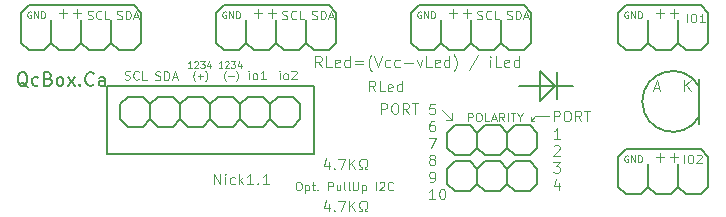
<source format=gbr>
%TF.GenerationSoftware,KiCad,Pcbnew,7.0.5*%
%TF.CreationDate,2023-09-06T09:40:41-04:00*%
%TF.ProjectId,NB1,4e42312e-6b69-4636-9164-5f7063625858,rev?*%
%TF.SameCoordinates,Original*%
%TF.FileFunction,Legend,Top*%
%TF.FilePolarity,Positive*%
%FSLAX46Y46*%
G04 Gerber Fmt 4.6, Leading zero omitted, Abs format (unit mm)*
G04 Created by KiCad (PCBNEW 7.0.5) date 2023-09-06 09:40:41*
%MOMM*%
%LPD*%
G01*
G04 APERTURE LIST*
G04 Aperture macros list*
%AMFreePoly0*
4,1,17,0.324495,0.719901,0.719901,0.324495,0.738500,0.279594,0.738500,-0.279594,0.719901,-0.324495,0.324495,-0.719901,0.279594,-0.738500,-0.279594,-0.738500,-0.324495,-0.719901,-0.719901,-0.324495,-0.738500,-0.279594,-0.738500,0.279594,-0.719901,0.324495,-0.324495,0.719901,-0.279594,0.738500,0.279594,0.738500,0.324495,0.719901,0.324495,0.719901,$1*%
G04 Aperture macros list end*
%ADD10C,0.152400*%
%ADD11C,0.100000*%
%ADD12C,0.081280*%
%ADD13C,0.065024*%
%ADD14C,0.121920*%
%ADD15C,0.048768*%
%ADD16C,0.097536*%
%ADD17C,0.127000*%
%ADD18FreePoly0,0.000000*%
%ADD19C,1.327000*%
%ADD20O,3.127000X1.627000*%
G04 APERTURE END LIST*
D10*
X126911100Y-108686600D02*
X144437100Y-108686600D01*
X163614100Y-104241600D02*
X163614100Y-102971600D01*
D11*
X156178044Y-105828312D02*
X155668105Y-105828311D01*
D10*
X161836100Y-102971600D02*
X163614100Y-102971600D01*
X163614100Y-102971600D02*
X163614100Y-101701600D01*
X126911100Y-108686600D02*
X126911100Y-102971600D01*
D11*
X162861570Y-105884406D02*
X162861570Y-105591248D01*
X163190109Y-105469941D02*
X162861570Y-105884406D01*
D10*
X164884100Y-102971600D02*
X163614100Y-104241600D01*
D11*
X156178044Y-105828312D02*
X156178043Y-105212791D01*
D10*
X164884100Y-102971600D02*
X166408100Y-102971600D01*
X163614100Y-101701600D02*
X164884100Y-102971600D01*
D11*
X164403178Y-105469941D02*
X163190109Y-105469941D01*
D10*
X144437100Y-108686600D02*
X144437100Y-102971600D01*
X165011100Y-101777800D02*
X165011100Y-104063800D01*
D11*
X155273928Y-104924197D02*
X156178044Y-105828312D01*
X162861570Y-105884406D02*
X163109238Y-105884406D01*
D10*
X126911100Y-102971600D02*
X144437100Y-102971600D01*
X163614100Y-102971600D02*
X164884100Y-102971600D01*
D12*
X145120251Y-101328981D02*
X144808677Y-100883876D01*
X144586125Y-101328981D02*
X144586125Y-100394261D01*
X144586125Y-100394261D02*
X144942209Y-100394261D01*
X144942209Y-100394261D02*
X145031230Y-100438771D01*
X145031230Y-100438771D02*
X145075740Y-100483282D01*
X145075740Y-100483282D02*
X145120251Y-100572303D01*
X145120251Y-100572303D02*
X145120251Y-100705834D01*
X145120251Y-100705834D02*
X145075740Y-100794855D01*
X145075740Y-100794855D02*
X145031230Y-100839366D01*
X145031230Y-100839366D02*
X144942209Y-100883876D01*
X144942209Y-100883876D02*
X144586125Y-100883876D01*
X145965950Y-101328981D02*
X145520845Y-101328981D01*
X145520845Y-101328981D02*
X145520845Y-100394261D01*
X146633607Y-101284471D02*
X146544586Y-101328981D01*
X146544586Y-101328981D02*
X146366544Y-101328981D01*
X146366544Y-101328981D02*
X146277523Y-101284471D01*
X146277523Y-101284471D02*
X146233012Y-101195450D01*
X146233012Y-101195450D02*
X146233012Y-100839366D01*
X146233012Y-100839366D02*
X146277523Y-100750345D01*
X146277523Y-100750345D02*
X146366544Y-100705834D01*
X146366544Y-100705834D02*
X146544586Y-100705834D01*
X146544586Y-100705834D02*
X146633607Y-100750345D01*
X146633607Y-100750345D02*
X146678117Y-100839366D01*
X146678117Y-100839366D02*
X146678117Y-100928387D01*
X146678117Y-100928387D02*
X146233012Y-101017408D01*
X147479306Y-101328981D02*
X147479306Y-100394261D01*
X147479306Y-101284471D02*
X147390285Y-101328981D01*
X147390285Y-101328981D02*
X147212243Y-101328981D01*
X147212243Y-101328981D02*
X147123222Y-101284471D01*
X147123222Y-101284471D02*
X147078712Y-101239960D01*
X147078712Y-101239960D02*
X147034201Y-101150939D01*
X147034201Y-101150939D02*
X147034201Y-100883876D01*
X147034201Y-100883876D02*
X147078712Y-100794855D01*
X147078712Y-100794855D02*
X147123222Y-100750345D01*
X147123222Y-100750345D02*
X147212243Y-100705834D01*
X147212243Y-100705834D02*
X147390285Y-100705834D01*
X147390285Y-100705834D02*
X147479306Y-100750345D01*
X147924411Y-100839366D02*
X148636579Y-100839366D01*
X148636579Y-101106429D02*
X147924411Y-101106429D01*
X149348746Y-101685065D02*
X149304235Y-101640554D01*
X149304235Y-101640554D02*
X149215214Y-101507023D01*
X149215214Y-101507023D02*
X149170704Y-101418002D01*
X149170704Y-101418002D02*
X149126193Y-101284471D01*
X149126193Y-101284471D02*
X149081683Y-101061918D01*
X149081683Y-101061918D02*
X149081683Y-100883876D01*
X149081683Y-100883876D02*
X149126193Y-100661324D01*
X149126193Y-100661324D02*
X149170704Y-100527792D01*
X149170704Y-100527792D02*
X149215214Y-100438771D01*
X149215214Y-100438771D02*
X149304235Y-100305240D01*
X149304235Y-100305240D02*
X149348746Y-100260730D01*
X149571298Y-100394261D02*
X149882872Y-101328981D01*
X149882872Y-101328981D02*
X150194445Y-100394261D01*
X150906613Y-101284471D02*
X150817592Y-101328981D01*
X150817592Y-101328981D02*
X150639550Y-101328981D01*
X150639550Y-101328981D02*
X150550529Y-101284471D01*
X150550529Y-101284471D02*
X150506019Y-101239960D01*
X150506019Y-101239960D02*
X150461508Y-101150939D01*
X150461508Y-101150939D02*
X150461508Y-100883876D01*
X150461508Y-100883876D02*
X150506019Y-100794855D01*
X150506019Y-100794855D02*
X150550529Y-100750345D01*
X150550529Y-100750345D02*
X150639550Y-100705834D01*
X150639550Y-100705834D02*
X150817592Y-100705834D01*
X150817592Y-100705834D02*
X150906613Y-100750345D01*
X151707802Y-101284471D02*
X151618781Y-101328981D01*
X151618781Y-101328981D02*
X151440739Y-101328981D01*
X151440739Y-101328981D02*
X151351718Y-101284471D01*
X151351718Y-101284471D02*
X151307208Y-101239960D01*
X151307208Y-101239960D02*
X151262697Y-101150939D01*
X151262697Y-101150939D02*
X151262697Y-100883876D01*
X151262697Y-100883876D02*
X151307208Y-100794855D01*
X151307208Y-100794855D02*
X151351718Y-100750345D01*
X151351718Y-100750345D02*
X151440739Y-100705834D01*
X151440739Y-100705834D02*
X151618781Y-100705834D01*
X151618781Y-100705834D02*
X151707802Y-100750345D01*
X152108397Y-100972897D02*
X152820565Y-100972897D01*
X153176648Y-100705834D02*
X153399200Y-101328981D01*
X153399200Y-101328981D02*
X153621753Y-100705834D01*
X154422942Y-101328981D02*
X153977837Y-101328981D01*
X153977837Y-101328981D02*
X153977837Y-100394261D01*
X155090599Y-101284471D02*
X155001578Y-101328981D01*
X155001578Y-101328981D02*
X154823536Y-101328981D01*
X154823536Y-101328981D02*
X154734515Y-101284471D01*
X154734515Y-101284471D02*
X154690004Y-101195450D01*
X154690004Y-101195450D02*
X154690004Y-100839366D01*
X154690004Y-100839366D02*
X154734515Y-100750345D01*
X154734515Y-100750345D02*
X154823536Y-100705834D01*
X154823536Y-100705834D02*
X155001578Y-100705834D01*
X155001578Y-100705834D02*
X155090599Y-100750345D01*
X155090599Y-100750345D02*
X155135109Y-100839366D01*
X155135109Y-100839366D02*
X155135109Y-100928387D01*
X155135109Y-100928387D02*
X154690004Y-101017408D01*
X155936298Y-101328981D02*
X155936298Y-100394261D01*
X155936298Y-101284471D02*
X155847277Y-101328981D01*
X155847277Y-101328981D02*
X155669235Y-101328981D01*
X155669235Y-101328981D02*
X155580214Y-101284471D01*
X155580214Y-101284471D02*
X155535704Y-101239960D01*
X155535704Y-101239960D02*
X155491193Y-101150939D01*
X155491193Y-101150939D02*
X155491193Y-100883876D01*
X155491193Y-100883876D02*
X155535704Y-100794855D01*
X155535704Y-100794855D02*
X155580214Y-100750345D01*
X155580214Y-100750345D02*
X155669235Y-100705834D01*
X155669235Y-100705834D02*
X155847277Y-100705834D01*
X155847277Y-100705834D02*
X155936298Y-100750345D01*
X156292382Y-101685065D02*
X156336892Y-101640554D01*
X156336892Y-101640554D02*
X156425913Y-101507023D01*
X156425913Y-101507023D02*
X156470424Y-101418002D01*
X156470424Y-101418002D02*
X156514934Y-101284471D01*
X156514934Y-101284471D02*
X156559445Y-101061918D01*
X156559445Y-101061918D02*
X156559445Y-100883876D01*
X156559445Y-100883876D02*
X156514934Y-100661324D01*
X156514934Y-100661324D02*
X156470424Y-100527792D01*
X156470424Y-100527792D02*
X156425913Y-100438771D01*
X156425913Y-100438771D02*
X156336892Y-100305240D01*
X156336892Y-100305240D02*
X156292382Y-100260730D01*
X158384375Y-100349751D02*
X157583186Y-101551533D01*
X159408116Y-101328981D02*
X159408116Y-100705834D01*
X159408116Y-100394261D02*
X159363605Y-100438771D01*
X159363605Y-100438771D02*
X159408116Y-100483282D01*
X159408116Y-100483282D02*
X159452626Y-100438771D01*
X159452626Y-100438771D02*
X159408116Y-100394261D01*
X159408116Y-100394261D02*
X159408116Y-100483282D01*
X160298326Y-101328981D02*
X159853221Y-101328981D01*
X159853221Y-101328981D02*
X159853221Y-100394261D01*
X160965983Y-101284471D02*
X160876962Y-101328981D01*
X160876962Y-101328981D02*
X160698920Y-101328981D01*
X160698920Y-101328981D02*
X160609899Y-101284471D01*
X160609899Y-101284471D02*
X160565388Y-101195450D01*
X160565388Y-101195450D02*
X160565388Y-100839366D01*
X160565388Y-100839366D02*
X160609899Y-100750345D01*
X160609899Y-100750345D02*
X160698920Y-100705834D01*
X160698920Y-100705834D02*
X160876962Y-100705834D01*
X160876962Y-100705834D02*
X160965983Y-100750345D01*
X160965983Y-100750345D02*
X161010493Y-100839366D01*
X161010493Y-100839366D02*
X161010493Y-100928387D01*
X161010493Y-100928387D02*
X160565388Y-101017408D01*
X161811682Y-101328981D02*
X161811682Y-100394261D01*
X161811682Y-101284471D02*
X161722661Y-101328981D01*
X161722661Y-101328981D02*
X161544619Y-101328981D01*
X161544619Y-101328981D02*
X161455598Y-101284471D01*
X161455598Y-101284471D02*
X161411088Y-101239960D01*
X161411088Y-101239960D02*
X161366577Y-101150939D01*
X161366577Y-101150939D02*
X161366577Y-100883876D01*
X161366577Y-100883876D02*
X161411088Y-100794855D01*
X161411088Y-100794855D02*
X161455598Y-100750345D01*
X161455598Y-100750345D02*
X161544619Y-100705834D01*
X161544619Y-100705834D02*
X161722661Y-100705834D01*
X161722661Y-100705834D02*
X161811682Y-100750345D01*
D13*
X176026919Y-97542705D02*
X176026919Y-96794929D01*
X176525437Y-96794929D02*
X176667870Y-96794929D01*
X176667870Y-96794929D02*
X176739087Y-96830537D01*
X176739087Y-96830537D02*
X176810304Y-96901754D01*
X176810304Y-96901754D02*
X176845912Y-97044188D01*
X176845912Y-97044188D02*
X176845912Y-97293446D01*
X176845912Y-97293446D02*
X176810304Y-97435880D01*
X176810304Y-97435880D02*
X176739087Y-97507097D01*
X176739087Y-97507097D02*
X176667870Y-97542705D01*
X176667870Y-97542705D02*
X176525437Y-97542705D01*
X176525437Y-97542705D02*
X176454220Y-97507097D01*
X176454220Y-97507097D02*
X176383003Y-97435880D01*
X176383003Y-97435880D02*
X176347395Y-97293446D01*
X176347395Y-97293446D02*
X176347395Y-97044188D01*
X176347395Y-97044188D02*
X176383003Y-96901754D01*
X176383003Y-96901754D02*
X176454220Y-96830537D01*
X176454220Y-96830537D02*
X176525437Y-96794929D01*
X177558080Y-97542705D02*
X177130779Y-97542705D01*
X177344429Y-97542705D02*
X177344429Y-96794929D01*
X177344429Y-96794929D02*
X177273213Y-96901754D01*
X177273213Y-96901754D02*
X177201996Y-96972971D01*
X177201996Y-96972971D02*
X177130779Y-97008579D01*
D14*
X136017986Y-111237842D02*
X136017986Y-110343762D01*
X136017986Y-110343762D02*
X136528889Y-111237842D01*
X136528889Y-111237842D02*
X136528889Y-110343762D01*
X136954641Y-111237842D02*
X136954641Y-110641788D01*
X136954641Y-110343762D02*
X136912065Y-110386337D01*
X136912065Y-110386337D02*
X136954641Y-110428912D01*
X136954641Y-110428912D02*
X136997216Y-110386337D01*
X136997216Y-110386337D02*
X136954641Y-110343762D01*
X136954641Y-110343762D02*
X136954641Y-110428912D01*
X137763570Y-111195267D02*
X137678419Y-111237842D01*
X137678419Y-111237842D02*
X137508118Y-111237842D01*
X137508118Y-111237842D02*
X137422968Y-111195267D01*
X137422968Y-111195267D02*
X137380393Y-111152691D01*
X137380393Y-111152691D02*
X137337817Y-111067541D01*
X137337817Y-111067541D02*
X137337817Y-110812089D01*
X137337817Y-110812089D02*
X137380393Y-110726939D01*
X137380393Y-110726939D02*
X137422968Y-110684364D01*
X137422968Y-110684364D02*
X137508118Y-110641788D01*
X137508118Y-110641788D02*
X137678419Y-110641788D01*
X137678419Y-110641788D02*
X137763570Y-110684364D01*
X138146747Y-111237842D02*
X138146747Y-110343762D01*
X138231897Y-110897240D02*
X138487349Y-111237842D01*
X138487349Y-110641788D02*
X138146747Y-110982390D01*
X139338853Y-111237842D02*
X138827950Y-111237842D01*
X139083402Y-111237842D02*
X139083402Y-110343762D01*
X139083402Y-110343762D02*
X138998251Y-110471487D01*
X138998251Y-110471487D02*
X138913101Y-110556638D01*
X138913101Y-110556638D02*
X138827950Y-110599213D01*
X139722031Y-111152691D02*
X139764606Y-111195267D01*
X139764606Y-111195267D02*
X139722031Y-111237842D01*
X139722031Y-111237842D02*
X139679455Y-111195267D01*
X139679455Y-111195267D02*
X139722031Y-111152691D01*
X139722031Y-111152691D02*
X139722031Y-111237842D01*
X140616110Y-111237842D02*
X140105207Y-111237842D01*
X140360659Y-111237842D02*
X140360659Y-110343762D01*
X140360659Y-110343762D02*
X140275508Y-110471487D01*
X140275508Y-110471487D02*
X140190358Y-110556638D01*
X140190358Y-110556638D02*
X140105207Y-110599213D01*
D13*
X160802111Y-97253097D02*
X160908936Y-97288705D01*
X160908936Y-97288705D02*
X161086978Y-97288705D01*
X161086978Y-97288705D02*
X161158195Y-97253097D01*
X161158195Y-97253097D02*
X161193803Y-97217488D01*
X161193803Y-97217488D02*
X161229412Y-97146271D01*
X161229412Y-97146271D02*
X161229412Y-97075055D01*
X161229412Y-97075055D02*
X161193803Y-97003838D01*
X161193803Y-97003838D02*
X161158195Y-96968229D01*
X161158195Y-96968229D02*
X161086978Y-96932621D01*
X161086978Y-96932621D02*
X160944545Y-96897013D01*
X160944545Y-96897013D02*
X160873328Y-96861404D01*
X160873328Y-96861404D02*
X160837719Y-96825796D01*
X160837719Y-96825796D02*
X160802111Y-96754579D01*
X160802111Y-96754579D02*
X160802111Y-96683362D01*
X160802111Y-96683362D02*
X160837719Y-96612146D01*
X160837719Y-96612146D02*
X160873328Y-96576537D01*
X160873328Y-96576537D02*
X160944545Y-96540929D01*
X160944545Y-96540929D02*
X161122586Y-96540929D01*
X161122586Y-96540929D02*
X161229412Y-96576537D01*
X161549887Y-97288705D02*
X161549887Y-96540929D01*
X161549887Y-96540929D02*
X161727929Y-96540929D01*
X161727929Y-96540929D02*
X161834754Y-96576537D01*
X161834754Y-96576537D02*
X161905971Y-96647754D01*
X161905971Y-96647754D02*
X161941580Y-96718971D01*
X161941580Y-96718971D02*
X161977188Y-96861404D01*
X161977188Y-96861404D02*
X161977188Y-96968229D01*
X161977188Y-96968229D02*
X161941580Y-97110663D01*
X161941580Y-97110663D02*
X161905971Y-97181880D01*
X161905971Y-97181880D02*
X161834754Y-97253097D01*
X161834754Y-97253097D02*
X161727929Y-97288705D01*
X161727929Y-97288705D02*
X161549887Y-97288705D01*
X162262055Y-97075055D02*
X162618139Y-97075055D01*
X162190838Y-97288705D02*
X162440097Y-96540929D01*
X162440097Y-96540929D02*
X162689356Y-97288705D01*
D14*
X165289913Y-107402035D02*
X164779010Y-107402035D01*
X165034462Y-107402035D02*
X165034462Y-106507955D01*
X165034462Y-106507955D02*
X164949311Y-106635680D01*
X164949311Y-106635680D02*
X164864161Y-106720831D01*
X164864161Y-106720831D02*
X164779010Y-106763406D01*
X164779010Y-108032574D02*
X164821586Y-107989999D01*
X164821586Y-107989999D02*
X164906736Y-107947424D01*
X164906736Y-107947424D02*
X165119612Y-107947424D01*
X165119612Y-107947424D02*
X165204763Y-107989999D01*
X165204763Y-107989999D02*
X165247338Y-108032574D01*
X165247338Y-108032574D02*
X165289913Y-108117725D01*
X165289913Y-108117725D02*
X165289913Y-108202875D01*
X165289913Y-108202875D02*
X165247338Y-108330601D01*
X165247338Y-108330601D02*
X164736435Y-108841504D01*
X164736435Y-108841504D02*
X165289913Y-108841504D01*
X164736435Y-109386893D02*
X165289913Y-109386893D01*
X165289913Y-109386893D02*
X164991887Y-109727495D01*
X164991887Y-109727495D02*
X165119612Y-109727495D01*
X165119612Y-109727495D02*
X165204763Y-109770070D01*
X165204763Y-109770070D02*
X165247338Y-109812645D01*
X165247338Y-109812645D02*
X165289913Y-109897796D01*
X165289913Y-109897796D02*
X165289913Y-110110672D01*
X165289913Y-110110672D02*
X165247338Y-110195822D01*
X165247338Y-110195822D02*
X165204763Y-110238398D01*
X165204763Y-110238398D02*
X165119612Y-110280973D01*
X165119612Y-110280973D02*
X164864161Y-110280973D01*
X164864161Y-110280973D02*
X164779010Y-110238398D01*
X164779010Y-110238398D02*
X164736435Y-110195822D01*
X165204763Y-111124388D02*
X165204763Y-111720442D01*
X164991887Y-110783787D02*
X164779010Y-111422415D01*
X164779010Y-111422415D02*
X165332489Y-111422415D01*
D15*
X136717684Y-101413289D02*
X136397209Y-101413289D01*
X136557446Y-101413289D02*
X136557446Y-100852457D01*
X136557446Y-100852457D02*
X136504034Y-100932576D01*
X136504034Y-100932576D02*
X136450621Y-100985988D01*
X136450621Y-100985988D02*
X136397209Y-101012695D01*
X136931335Y-100905869D02*
X136958041Y-100879163D01*
X136958041Y-100879163D02*
X137011454Y-100852457D01*
X137011454Y-100852457D02*
X137144985Y-100852457D01*
X137144985Y-100852457D02*
X137198398Y-100879163D01*
X137198398Y-100879163D02*
X137225104Y-100905869D01*
X137225104Y-100905869D02*
X137251810Y-100959282D01*
X137251810Y-100959282D02*
X137251810Y-101012695D01*
X137251810Y-101012695D02*
X137225104Y-101092813D01*
X137225104Y-101092813D02*
X136904628Y-101413289D01*
X136904628Y-101413289D02*
X137251810Y-101413289D01*
X137438754Y-100852457D02*
X137785936Y-100852457D01*
X137785936Y-100852457D02*
X137598992Y-101066107D01*
X137598992Y-101066107D02*
X137679111Y-101066107D01*
X137679111Y-101066107D02*
X137732524Y-101092813D01*
X137732524Y-101092813D02*
X137759230Y-101119520D01*
X137759230Y-101119520D02*
X137785936Y-101172932D01*
X137785936Y-101172932D02*
X137785936Y-101306464D01*
X137785936Y-101306464D02*
X137759230Y-101359876D01*
X137759230Y-101359876D02*
X137732524Y-101386583D01*
X137732524Y-101386583D02*
X137679111Y-101413289D01*
X137679111Y-101413289D02*
X137518873Y-101413289D01*
X137518873Y-101413289D02*
X137465461Y-101386583D01*
X137465461Y-101386583D02*
X137438754Y-101359876D01*
X138266650Y-101039401D02*
X138266650Y-101413289D01*
X138133118Y-100825751D02*
X137999587Y-101226345D01*
X137999587Y-101226345D02*
X138346768Y-101226345D01*
X137011454Y-102529879D02*
X136984747Y-102503173D01*
X136984747Y-102503173D02*
X136931335Y-102423054D01*
X136931335Y-102423054D02*
X136904629Y-102369641D01*
X136904629Y-102369641D02*
X136877922Y-102289523D01*
X136877922Y-102289523D02*
X136851216Y-102155991D01*
X136851216Y-102155991D02*
X136851216Y-102049166D01*
X136851216Y-102049166D02*
X136877922Y-101915635D01*
X136877922Y-101915635D02*
X136904629Y-101835516D01*
X136904629Y-101835516D02*
X136931335Y-101782103D01*
X136931335Y-101782103D02*
X136984747Y-101701984D01*
X136984747Y-101701984D02*
X137011454Y-101675278D01*
X137225104Y-102102579D02*
X137652405Y-102102579D01*
X137866054Y-102529879D02*
X137892761Y-102503173D01*
X137892761Y-102503173D02*
X137946173Y-102423054D01*
X137946173Y-102423054D02*
X137972880Y-102369641D01*
X137972880Y-102369641D02*
X137999586Y-102289523D01*
X137999586Y-102289523D02*
X138026292Y-102155991D01*
X138026292Y-102155991D02*
X138026292Y-102049166D01*
X138026292Y-102049166D02*
X137999586Y-101915635D01*
X137999586Y-101915635D02*
X137972880Y-101835516D01*
X137972880Y-101835516D02*
X137946173Y-101782103D01*
X137946173Y-101782103D02*
X137892761Y-101701984D01*
X137892761Y-101701984D02*
X137866054Y-101675278D01*
D13*
X131033311Y-102383897D02*
X131140136Y-102419505D01*
X131140136Y-102419505D02*
X131318178Y-102419505D01*
X131318178Y-102419505D02*
X131389395Y-102383897D01*
X131389395Y-102383897D02*
X131425003Y-102348288D01*
X131425003Y-102348288D02*
X131460612Y-102277071D01*
X131460612Y-102277071D02*
X131460612Y-102205855D01*
X131460612Y-102205855D02*
X131425003Y-102134638D01*
X131425003Y-102134638D02*
X131389395Y-102099029D01*
X131389395Y-102099029D02*
X131318178Y-102063421D01*
X131318178Y-102063421D02*
X131175745Y-102027813D01*
X131175745Y-102027813D02*
X131104528Y-101992204D01*
X131104528Y-101992204D02*
X131068919Y-101956596D01*
X131068919Y-101956596D02*
X131033311Y-101885379D01*
X131033311Y-101885379D02*
X131033311Y-101814162D01*
X131033311Y-101814162D02*
X131068919Y-101742946D01*
X131068919Y-101742946D02*
X131104528Y-101707337D01*
X131104528Y-101707337D02*
X131175745Y-101671729D01*
X131175745Y-101671729D02*
X131353786Y-101671729D01*
X131353786Y-101671729D02*
X131460612Y-101707337D01*
X131781087Y-102419505D02*
X131781087Y-101671729D01*
X131781087Y-101671729D02*
X131959129Y-101671729D01*
X131959129Y-101671729D02*
X132065954Y-101707337D01*
X132065954Y-101707337D02*
X132137171Y-101778554D01*
X132137171Y-101778554D02*
X132172780Y-101849771D01*
X132172780Y-101849771D02*
X132208388Y-101992204D01*
X132208388Y-101992204D02*
X132208388Y-102099029D01*
X132208388Y-102099029D02*
X132172780Y-102241463D01*
X132172780Y-102241463D02*
X132137171Y-102312680D01*
X132137171Y-102312680D02*
X132065954Y-102383897D01*
X132065954Y-102383897D02*
X131959129Y-102419505D01*
X131959129Y-102419505D02*
X131781087Y-102419505D01*
X132493255Y-102205855D02*
X132849339Y-102205855D01*
X132422038Y-102419505D02*
X132671297Y-101671729D01*
X132671297Y-101671729D02*
X132920556Y-102419505D01*
D16*
X157498568Y-105926994D02*
X157498568Y-105211730D01*
X157498568Y-105211730D02*
X157771050Y-105211730D01*
X157771050Y-105211730D02*
X157839170Y-105245790D01*
X157839170Y-105245790D02*
X157873231Y-105279850D01*
X157873231Y-105279850D02*
X157907291Y-105347970D01*
X157907291Y-105347970D02*
X157907291Y-105450151D01*
X157907291Y-105450151D02*
X157873231Y-105518271D01*
X157873231Y-105518271D02*
X157839170Y-105552332D01*
X157839170Y-105552332D02*
X157771050Y-105586392D01*
X157771050Y-105586392D02*
X157498568Y-105586392D01*
X158350073Y-105211730D02*
X158486314Y-105211730D01*
X158486314Y-105211730D02*
X158554434Y-105245790D01*
X158554434Y-105245790D02*
X158622555Y-105313910D01*
X158622555Y-105313910D02*
X158656615Y-105450151D01*
X158656615Y-105450151D02*
X158656615Y-105688572D01*
X158656615Y-105688572D02*
X158622555Y-105824813D01*
X158622555Y-105824813D02*
X158554434Y-105892934D01*
X158554434Y-105892934D02*
X158486314Y-105926994D01*
X158486314Y-105926994D02*
X158350073Y-105926994D01*
X158350073Y-105926994D02*
X158281953Y-105892934D01*
X158281953Y-105892934D02*
X158213832Y-105824813D01*
X158213832Y-105824813D02*
X158179772Y-105688572D01*
X158179772Y-105688572D02*
X158179772Y-105450151D01*
X158179772Y-105450151D02*
X158213832Y-105313910D01*
X158213832Y-105313910D02*
X158281953Y-105245790D01*
X158281953Y-105245790D02*
X158350073Y-105211730D01*
X159303758Y-105926994D02*
X158963156Y-105926994D01*
X158963156Y-105926994D02*
X158963156Y-105211730D01*
X159508119Y-105722633D02*
X159848721Y-105722633D01*
X159439999Y-105926994D02*
X159678420Y-105211730D01*
X159678420Y-105211730D02*
X159916842Y-105926994D01*
X160563985Y-105926994D02*
X160325563Y-105586392D01*
X160155262Y-105926994D02*
X160155262Y-105211730D01*
X160155262Y-105211730D02*
X160427744Y-105211730D01*
X160427744Y-105211730D02*
X160495864Y-105245790D01*
X160495864Y-105245790D02*
X160529925Y-105279850D01*
X160529925Y-105279850D02*
X160563985Y-105347970D01*
X160563985Y-105347970D02*
X160563985Y-105450151D01*
X160563985Y-105450151D02*
X160529925Y-105518271D01*
X160529925Y-105518271D02*
X160495864Y-105552332D01*
X160495864Y-105552332D02*
X160427744Y-105586392D01*
X160427744Y-105586392D02*
X160155262Y-105586392D01*
X160870526Y-105926994D02*
X160870526Y-105211730D01*
X161108948Y-105211730D02*
X161517670Y-105211730D01*
X161313309Y-105926994D02*
X161313309Y-105211730D01*
X161892332Y-105586392D02*
X161892332Y-105926994D01*
X161653911Y-105211730D02*
X161892332Y-105586392D01*
X161892332Y-105586392D02*
X162130754Y-105211730D01*
D13*
X127782111Y-97253097D02*
X127888936Y-97288705D01*
X127888936Y-97288705D02*
X128066978Y-97288705D01*
X128066978Y-97288705D02*
X128138195Y-97253097D01*
X128138195Y-97253097D02*
X128173803Y-97217488D01*
X128173803Y-97217488D02*
X128209412Y-97146271D01*
X128209412Y-97146271D02*
X128209412Y-97075055D01*
X128209412Y-97075055D02*
X128173803Y-97003838D01*
X128173803Y-97003838D02*
X128138195Y-96968229D01*
X128138195Y-96968229D02*
X128066978Y-96932621D01*
X128066978Y-96932621D02*
X127924545Y-96897013D01*
X127924545Y-96897013D02*
X127853328Y-96861404D01*
X127853328Y-96861404D02*
X127817719Y-96825796D01*
X127817719Y-96825796D02*
X127782111Y-96754579D01*
X127782111Y-96754579D02*
X127782111Y-96683362D01*
X127782111Y-96683362D02*
X127817719Y-96612146D01*
X127817719Y-96612146D02*
X127853328Y-96576537D01*
X127853328Y-96576537D02*
X127924545Y-96540929D01*
X127924545Y-96540929D02*
X128102586Y-96540929D01*
X128102586Y-96540929D02*
X128209412Y-96576537D01*
X128529887Y-97288705D02*
X128529887Y-96540929D01*
X128529887Y-96540929D02*
X128707929Y-96540929D01*
X128707929Y-96540929D02*
X128814754Y-96576537D01*
X128814754Y-96576537D02*
X128885971Y-96647754D01*
X128885971Y-96647754D02*
X128921580Y-96718971D01*
X128921580Y-96718971D02*
X128957188Y-96861404D01*
X128957188Y-96861404D02*
X128957188Y-96968229D01*
X128957188Y-96968229D02*
X128921580Y-97110663D01*
X128921580Y-97110663D02*
X128885971Y-97181880D01*
X128885971Y-97181880D02*
X128814754Y-97253097D01*
X128814754Y-97253097D02*
X128707929Y-97288705D01*
X128707929Y-97288705D02*
X128529887Y-97288705D01*
X129242055Y-97075055D02*
X129598139Y-97075055D01*
X129170838Y-97288705D02*
X129420097Y-96540929D01*
X129420097Y-96540929D02*
X129669356Y-97288705D01*
D14*
X154680938Y-104416417D02*
X154255186Y-104416417D01*
X154255186Y-104416417D02*
X154212610Y-104842169D01*
X154212610Y-104842169D02*
X154255186Y-104799594D01*
X154255186Y-104799594D02*
X154340336Y-104757019D01*
X154340336Y-104757019D02*
X154553212Y-104757019D01*
X154553212Y-104757019D02*
X154638363Y-104799594D01*
X154638363Y-104799594D02*
X154680938Y-104842169D01*
X154680938Y-104842169D02*
X154723513Y-104927320D01*
X154723513Y-104927320D02*
X154723513Y-105140196D01*
X154723513Y-105140196D02*
X154680938Y-105225346D01*
X154680938Y-105225346D02*
X154638363Y-105267922D01*
X154638363Y-105267922D02*
X154553212Y-105310497D01*
X154553212Y-105310497D02*
X154340336Y-105310497D01*
X154340336Y-105310497D02*
X154255186Y-105267922D01*
X154255186Y-105267922D02*
X154212610Y-105225346D01*
X154638363Y-105855886D02*
X154468062Y-105855886D01*
X154468062Y-105855886D02*
X154382911Y-105898461D01*
X154382911Y-105898461D02*
X154340336Y-105941036D01*
X154340336Y-105941036D02*
X154255186Y-106068762D01*
X154255186Y-106068762D02*
X154212610Y-106239063D01*
X154212610Y-106239063D02*
X154212610Y-106579665D01*
X154212610Y-106579665D02*
X154255186Y-106664815D01*
X154255186Y-106664815D02*
X154297761Y-106707391D01*
X154297761Y-106707391D02*
X154382911Y-106749966D01*
X154382911Y-106749966D02*
X154553212Y-106749966D01*
X154553212Y-106749966D02*
X154638363Y-106707391D01*
X154638363Y-106707391D02*
X154680938Y-106664815D01*
X154680938Y-106664815D02*
X154723513Y-106579665D01*
X154723513Y-106579665D02*
X154723513Y-106366789D01*
X154723513Y-106366789D02*
X154680938Y-106281638D01*
X154680938Y-106281638D02*
X154638363Y-106239063D01*
X154638363Y-106239063D02*
X154553212Y-106196488D01*
X154553212Y-106196488D02*
X154382911Y-106196488D01*
X154382911Y-106196488D02*
X154297761Y-106239063D01*
X154297761Y-106239063D02*
X154255186Y-106281638D01*
X154255186Y-106281638D02*
X154212610Y-106366789D01*
X154170035Y-107295355D02*
X154766089Y-107295355D01*
X154766089Y-107295355D02*
X154382911Y-108189435D01*
X154382911Y-109118001D02*
X154297761Y-109075426D01*
X154297761Y-109075426D02*
X154255186Y-109032850D01*
X154255186Y-109032850D02*
X154212610Y-108947700D01*
X154212610Y-108947700D02*
X154212610Y-108905125D01*
X154212610Y-108905125D02*
X154255186Y-108819974D01*
X154255186Y-108819974D02*
X154297761Y-108777399D01*
X154297761Y-108777399D02*
X154382911Y-108734824D01*
X154382911Y-108734824D02*
X154553212Y-108734824D01*
X154553212Y-108734824D02*
X154638363Y-108777399D01*
X154638363Y-108777399D02*
X154680938Y-108819974D01*
X154680938Y-108819974D02*
X154723513Y-108905125D01*
X154723513Y-108905125D02*
X154723513Y-108947700D01*
X154723513Y-108947700D02*
X154680938Y-109032850D01*
X154680938Y-109032850D02*
X154638363Y-109075426D01*
X154638363Y-109075426D02*
X154553212Y-109118001D01*
X154553212Y-109118001D02*
X154382911Y-109118001D01*
X154382911Y-109118001D02*
X154297761Y-109160576D01*
X154297761Y-109160576D02*
X154255186Y-109203151D01*
X154255186Y-109203151D02*
X154212610Y-109288302D01*
X154212610Y-109288302D02*
X154212610Y-109458603D01*
X154212610Y-109458603D02*
X154255186Y-109543753D01*
X154255186Y-109543753D02*
X154297761Y-109586329D01*
X154297761Y-109586329D02*
X154382911Y-109628904D01*
X154382911Y-109628904D02*
X154553212Y-109628904D01*
X154553212Y-109628904D02*
X154638363Y-109586329D01*
X154638363Y-109586329D02*
X154680938Y-109543753D01*
X154680938Y-109543753D02*
X154723513Y-109458603D01*
X154723513Y-109458603D02*
X154723513Y-109288302D01*
X154723513Y-109288302D02*
X154680938Y-109203151D01*
X154680938Y-109203151D02*
X154638363Y-109160576D01*
X154638363Y-109160576D02*
X154553212Y-109118001D01*
X154297761Y-111068373D02*
X154468062Y-111068373D01*
X154468062Y-111068373D02*
X154553212Y-111025798D01*
X154553212Y-111025798D02*
X154595788Y-110983222D01*
X154595788Y-110983222D02*
X154680938Y-110855497D01*
X154680938Y-110855497D02*
X154723513Y-110685196D01*
X154723513Y-110685196D02*
X154723513Y-110344594D01*
X154723513Y-110344594D02*
X154680938Y-110259443D01*
X154680938Y-110259443D02*
X154638363Y-110216868D01*
X154638363Y-110216868D02*
X154553212Y-110174293D01*
X154553212Y-110174293D02*
X154382911Y-110174293D01*
X154382911Y-110174293D02*
X154297761Y-110216868D01*
X154297761Y-110216868D02*
X154255186Y-110259443D01*
X154255186Y-110259443D02*
X154212610Y-110344594D01*
X154212610Y-110344594D02*
X154212610Y-110557470D01*
X154212610Y-110557470D02*
X154255186Y-110642620D01*
X154255186Y-110642620D02*
X154297761Y-110685196D01*
X154297761Y-110685196D02*
X154382911Y-110727771D01*
X154382911Y-110727771D02*
X154553212Y-110727771D01*
X154553212Y-110727771D02*
X154638363Y-110685196D01*
X154638363Y-110685196D02*
X154680938Y-110642620D01*
X154680938Y-110642620D02*
X154723513Y-110557470D01*
X154723513Y-112507842D02*
X154212610Y-112507842D01*
X154468062Y-112507842D02*
X154468062Y-111613762D01*
X154468062Y-111613762D02*
X154382911Y-111741487D01*
X154382911Y-111741487D02*
X154297761Y-111826638D01*
X154297761Y-111826638D02*
X154212610Y-111869213D01*
X155276992Y-111613762D02*
X155362142Y-111613762D01*
X155362142Y-111613762D02*
X155447293Y-111656337D01*
X155447293Y-111656337D02*
X155489868Y-111698912D01*
X155489868Y-111698912D02*
X155532443Y-111784063D01*
X155532443Y-111784063D02*
X155575018Y-111954364D01*
X155575018Y-111954364D02*
X155575018Y-112167240D01*
X155575018Y-112167240D02*
X155532443Y-112337541D01*
X155532443Y-112337541D02*
X155489868Y-112422691D01*
X155489868Y-112422691D02*
X155447293Y-112465267D01*
X155447293Y-112465267D02*
X155362142Y-112507842D01*
X155362142Y-112507842D02*
X155276992Y-112507842D01*
X155276992Y-112507842D02*
X155191841Y-112465267D01*
X155191841Y-112465267D02*
X155149266Y-112422691D01*
X155149266Y-112422691D02*
X155106691Y-112337541D01*
X155106691Y-112337541D02*
X155064115Y-112167240D01*
X155064115Y-112167240D02*
X155064115Y-111954364D01*
X155064115Y-111954364D02*
X155106691Y-111784063D01*
X155106691Y-111784063D02*
X155149266Y-111698912D01*
X155149266Y-111698912D02*
X155191841Y-111656337D01*
X155191841Y-111656337D02*
X155276992Y-111613762D01*
X145697563Y-109371788D02*
X145697563Y-109967842D01*
X145484687Y-109031187D02*
X145271810Y-109669815D01*
X145271810Y-109669815D02*
X145825289Y-109669815D01*
X146165891Y-109882691D02*
X146208466Y-109925267D01*
X146208466Y-109925267D02*
X146165891Y-109967842D01*
X146165891Y-109967842D02*
X146123315Y-109925267D01*
X146123315Y-109925267D02*
X146165891Y-109882691D01*
X146165891Y-109882691D02*
X146165891Y-109967842D01*
X146506492Y-109073762D02*
X147102546Y-109073762D01*
X147102546Y-109073762D02*
X146719368Y-109967842D01*
X147443148Y-109967842D02*
X147443148Y-109073762D01*
X147954051Y-109967842D02*
X147570873Y-109456939D01*
X147954051Y-109073762D02*
X147443148Y-109584665D01*
X148294652Y-109967842D02*
X148507529Y-109967842D01*
X148507529Y-109967842D02*
X148507529Y-109797541D01*
X148507529Y-109797541D02*
X148422378Y-109754966D01*
X148422378Y-109754966D02*
X148337228Y-109669815D01*
X148337228Y-109669815D02*
X148294652Y-109542089D01*
X148294652Y-109542089D02*
X148294652Y-109329213D01*
X148294652Y-109329213D02*
X148337228Y-109201487D01*
X148337228Y-109201487D02*
X148422378Y-109116337D01*
X148422378Y-109116337D02*
X148550104Y-109073762D01*
X148550104Y-109073762D02*
X148720405Y-109073762D01*
X148720405Y-109073762D02*
X148848131Y-109116337D01*
X148848131Y-109116337D02*
X148933281Y-109201487D01*
X148933281Y-109201487D02*
X148975856Y-109329213D01*
X148975856Y-109329213D02*
X148975856Y-109542089D01*
X148975856Y-109542089D02*
X148933281Y-109669815D01*
X148933281Y-109669815D02*
X148848131Y-109754966D01*
X148848131Y-109754966D02*
X148762980Y-109797541D01*
X148762980Y-109797541D02*
X148762980Y-109967842D01*
X148762980Y-109967842D02*
X148975856Y-109967842D01*
X149635289Y-103363842D02*
X149337262Y-102938089D01*
X149124386Y-103363842D02*
X149124386Y-102469762D01*
X149124386Y-102469762D02*
X149464988Y-102469762D01*
X149464988Y-102469762D02*
X149550138Y-102512337D01*
X149550138Y-102512337D02*
X149592713Y-102554912D01*
X149592713Y-102554912D02*
X149635289Y-102640063D01*
X149635289Y-102640063D02*
X149635289Y-102767788D01*
X149635289Y-102767788D02*
X149592713Y-102852939D01*
X149592713Y-102852939D02*
X149550138Y-102895514D01*
X149550138Y-102895514D02*
X149464988Y-102938089D01*
X149464988Y-102938089D02*
X149124386Y-102938089D01*
X150444218Y-103363842D02*
X150018466Y-103363842D01*
X150018466Y-103363842D02*
X150018466Y-102469762D01*
X151082847Y-103321267D02*
X150997696Y-103363842D01*
X150997696Y-103363842D02*
X150827395Y-103363842D01*
X150827395Y-103363842D02*
X150742245Y-103321267D01*
X150742245Y-103321267D02*
X150699669Y-103236116D01*
X150699669Y-103236116D02*
X150699669Y-102895514D01*
X150699669Y-102895514D02*
X150742245Y-102810364D01*
X150742245Y-102810364D02*
X150827395Y-102767788D01*
X150827395Y-102767788D02*
X150997696Y-102767788D01*
X150997696Y-102767788D02*
X151082847Y-102810364D01*
X151082847Y-102810364D02*
X151125422Y-102895514D01*
X151125422Y-102895514D02*
X151125422Y-102980665D01*
X151125422Y-102980665D02*
X150699669Y-103065815D01*
X151891776Y-103363842D02*
X151891776Y-102469762D01*
X151891776Y-103321267D02*
X151806625Y-103363842D01*
X151806625Y-103363842D02*
X151636324Y-103363842D01*
X151636324Y-103363842D02*
X151551174Y-103321267D01*
X151551174Y-103321267D02*
X151508599Y-103278691D01*
X151508599Y-103278691D02*
X151466023Y-103193541D01*
X151466023Y-103193541D02*
X151466023Y-102938089D01*
X151466023Y-102938089D02*
X151508599Y-102852939D01*
X151508599Y-102852939D02*
X151551174Y-102810364D01*
X151551174Y-102810364D02*
X151636324Y-102767788D01*
X151636324Y-102767788D02*
X151806625Y-102767788D01*
X151806625Y-102767788D02*
X151891776Y-102810364D01*
D13*
X175772919Y-109480705D02*
X175772919Y-108732929D01*
X176271437Y-108732929D02*
X176413870Y-108732929D01*
X176413870Y-108732929D02*
X176485087Y-108768537D01*
X176485087Y-108768537D02*
X176556304Y-108839754D01*
X176556304Y-108839754D02*
X176591912Y-108982188D01*
X176591912Y-108982188D02*
X176591912Y-109231446D01*
X176591912Y-109231446D02*
X176556304Y-109373880D01*
X176556304Y-109373880D02*
X176485087Y-109445097D01*
X176485087Y-109445097D02*
X176413870Y-109480705D01*
X176413870Y-109480705D02*
X176271437Y-109480705D01*
X176271437Y-109480705D02*
X176200220Y-109445097D01*
X176200220Y-109445097D02*
X176129003Y-109373880D01*
X176129003Y-109373880D02*
X176093395Y-109231446D01*
X176093395Y-109231446D02*
X176093395Y-108982188D01*
X176093395Y-108982188D02*
X176129003Y-108839754D01*
X176129003Y-108839754D02*
X176200220Y-108768537D01*
X176200220Y-108768537D02*
X176271437Y-108732929D01*
X176876779Y-108804146D02*
X176912387Y-108768537D01*
X176912387Y-108768537D02*
X176983604Y-108732929D01*
X176983604Y-108732929D02*
X177161646Y-108732929D01*
X177161646Y-108732929D02*
X177232863Y-108768537D01*
X177232863Y-108768537D02*
X177268471Y-108804146D01*
X177268471Y-108804146D02*
X177304080Y-108875362D01*
X177304080Y-108875362D02*
X177304080Y-108946579D01*
X177304080Y-108946579D02*
X177268471Y-109053404D01*
X177268471Y-109053404D02*
X176841171Y-109480705D01*
X176841171Y-109480705D02*
X177304080Y-109480705D01*
X158287511Y-97253097D02*
X158394336Y-97288705D01*
X158394336Y-97288705D02*
X158572378Y-97288705D01*
X158572378Y-97288705D02*
X158643595Y-97253097D01*
X158643595Y-97253097D02*
X158679203Y-97217488D01*
X158679203Y-97217488D02*
X158714812Y-97146271D01*
X158714812Y-97146271D02*
X158714812Y-97075055D01*
X158714812Y-97075055D02*
X158679203Y-97003838D01*
X158679203Y-97003838D02*
X158643595Y-96968229D01*
X158643595Y-96968229D02*
X158572378Y-96932621D01*
X158572378Y-96932621D02*
X158429945Y-96897013D01*
X158429945Y-96897013D02*
X158358728Y-96861404D01*
X158358728Y-96861404D02*
X158323119Y-96825796D01*
X158323119Y-96825796D02*
X158287511Y-96754579D01*
X158287511Y-96754579D02*
X158287511Y-96683362D01*
X158287511Y-96683362D02*
X158323119Y-96612146D01*
X158323119Y-96612146D02*
X158358728Y-96576537D01*
X158358728Y-96576537D02*
X158429945Y-96540929D01*
X158429945Y-96540929D02*
X158607986Y-96540929D01*
X158607986Y-96540929D02*
X158714812Y-96576537D01*
X159462588Y-97217488D02*
X159426980Y-97253097D01*
X159426980Y-97253097D02*
X159320154Y-97288705D01*
X159320154Y-97288705D02*
X159248938Y-97288705D01*
X159248938Y-97288705D02*
X159142113Y-97253097D01*
X159142113Y-97253097D02*
X159070896Y-97181880D01*
X159070896Y-97181880D02*
X159035287Y-97110663D01*
X159035287Y-97110663D02*
X158999679Y-96968229D01*
X158999679Y-96968229D02*
X158999679Y-96861404D01*
X158999679Y-96861404D02*
X159035287Y-96718971D01*
X159035287Y-96718971D02*
X159070896Y-96647754D01*
X159070896Y-96647754D02*
X159142113Y-96576537D01*
X159142113Y-96576537D02*
X159248938Y-96540929D01*
X159248938Y-96540929D02*
X159320154Y-96540929D01*
X159320154Y-96540929D02*
X159426980Y-96576537D01*
X159426980Y-96576537D02*
X159462588Y-96612146D01*
X160139147Y-97288705D02*
X159783063Y-97288705D01*
X159783063Y-97288705D02*
X159783063Y-96540929D01*
D15*
X134126884Y-101413289D02*
X133806409Y-101413289D01*
X133966646Y-101413289D02*
X133966646Y-100852457D01*
X133966646Y-100852457D02*
X133913234Y-100932576D01*
X133913234Y-100932576D02*
X133859821Y-100985988D01*
X133859821Y-100985988D02*
X133806409Y-101012695D01*
X134340535Y-100905869D02*
X134367241Y-100879163D01*
X134367241Y-100879163D02*
X134420654Y-100852457D01*
X134420654Y-100852457D02*
X134554185Y-100852457D01*
X134554185Y-100852457D02*
X134607598Y-100879163D01*
X134607598Y-100879163D02*
X134634304Y-100905869D01*
X134634304Y-100905869D02*
X134661010Y-100959282D01*
X134661010Y-100959282D02*
X134661010Y-101012695D01*
X134661010Y-101012695D02*
X134634304Y-101092813D01*
X134634304Y-101092813D02*
X134313828Y-101413289D01*
X134313828Y-101413289D02*
X134661010Y-101413289D01*
X134847954Y-100852457D02*
X135195136Y-100852457D01*
X135195136Y-100852457D02*
X135008192Y-101066107D01*
X135008192Y-101066107D02*
X135088311Y-101066107D01*
X135088311Y-101066107D02*
X135141724Y-101092813D01*
X135141724Y-101092813D02*
X135168430Y-101119520D01*
X135168430Y-101119520D02*
X135195136Y-101172932D01*
X135195136Y-101172932D02*
X135195136Y-101306464D01*
X135195136Y-101306464D02*
X135168430Y-101359876D01*
X135168430Y-101359876D02*
X135141724Y-101386583D01*
X135141724Y-101386583D02*
X135088311Y-101413289D01*
X135088311Y-101413289D02*
X134928073Y-101413289D01*
X134928073Y-101413289D02*
X134874661Y-101386583D01*
X134874661Y-101386583D02*
X134847954Y-101359876D01*
X135675850Y-101039401D02*
X135675850Y-101413289D01*
X135542318Y-100825751D02*
X135408787Y-101226345D01*
X135408787Y-101226345D02*
X135755968Y-101226345D01*
X134420654Y-102529879D02*
X134393947Y-102503173D01*
X134393947Y-102503173D02*
X134340535Y-102423054D01*
X134340535Y-102423054D02*
X134313829Y-102369641D01*
X134313829Y-102369641D02*
X134287122Y-102289523D01*
X134287122Y-102289523D02*
X134260416Y-102155991D01*
X134260416Y-102155991D02*
X134260416Y-102049166D01*
X134260416Y-102049166D02*
X134287122Y-101915635D01*
X134287122Y-101915635D02*
X134313829Y-101835516D01*
X134313829Y-101835516D02*
X134340535Y-101782103D01*
X134340535Y-101782103D02*
X134393947Y-101701984D01*
X134393947Y-101701984D02*
X134420654Y-101675278D01*
X134634304Y-102102579D02*
X135061605Y-102102579D01*
X134847954Y-102316229D02*
X134847954Y-101888928D01*
X135275254Y-102529879D02*
X135301961Y-102503173D01*
X135301961Y-102503173D02*
X135355373Y-102423054D01*
X135355373Y-102423054D02*
X135382080Y-102369641D01*
X135382080Y-102369641D02*
X135408786Y-102289523D01*
X135408786Y-102289523D02*
X135435492Y-102155991D01*
X135435492Y-102155991D02*
X135435492Y-102049166D01*
X135435492Y-102049166D02*
X135408786Y-101915635D01*
X135408786Y-101915635D02*
X135382080Y-101835516D01*
X135382080Y-101835516D02*
X135355373Y-101782103D01*
X135355373Y-101782103D02*
X135301961Y-101701984D01*
X135301961Y-101701984D02*
X135275254Y-101675278D01*
D13*
X128442511Y-102358497D02*
X128549336Y-102394105D01*
X128549336Y-102394105D02*
X128727378Y-102394105D01*
X128727378Y-102394105D02*
X128798595Y-102358497D01*
X128798595Y-102358497D02*
X128834203Y-102322888D01*
X128834203Y-102322888D02*
X128869812Y-102251671D01*
X128869812Y-102251671D02*
X128869812Y-102180455D01*
X128869812Y-102180455D02*
X128834203Y-102109238D01*
X128834203Y-102109238D02*
X128798595Y-102073629D01*
X128798595Y-102073629D02*
X128727378Y-102038021D01*
X128727378Y-102038021D02*
X128584945Y-102002413D01*
X128584945Y-102002413D02*
X128513728Y-101966804D01*
X128513728Y-101966804D02*
X128478119Y-101931196D01*
X128478119Y-101931196D02*
X128442511Y-101859979D01*
X128442511Y-101859979D02*
X128442511Y-101788762D01*
X128442511Y-101788762D02*
X128478119Y-101717546D01*
X128478119Y-101717546D02*
X128513728Y-101681937D01*
X128513728Y-101681937D02*
X128584945Y-101646329D01*
X128584945Y-101646329D02*
X128762986Y-101646329D01*
X128762986Y-101646329D02*
X128869812Y-101681937D01*
X129617588Y-102322888D02*
X129581980Y-102358497D01*
X129581980Y-102358497D02*
X129475154Y-102394105D01*
X129475154Y-102394105D02*
X129403938Y-102394105D01*
X129403938Y-102394105D02*
X129297113Y-102358497D01*
X129297113Y-102358497D02*
X129225896Y-102287280D01*
X129225896Y-102287280D02*
X129190287Y-102216063D01*
X129190287Y-102216063D02*
X129154679Y-102073629D01*
X129154679Y-102073629D02*
X129154679Y-101966804D01*
X129154679Y-101966804D02*
X129190287Y-101824371D01*
X129190287Y-101824371D02*
X129225896Y-101753154D01*
X129225896Y-101753154D02*
X129297113Y-101681937D01*
X129297113Y-101681937D02*
X129403938Y-101646329D01*
X129403938Y-101646329D02*
X129475154Y-101646329D01*
X129475154Y-101646329D02*
X129581980Y-101681937D01*
X129581980Y-101681937D02*
X129617588Y-101717546D01*
X130294147Y-102394105D02*
X129938063Y-102394105D01*
X129938063Y-102394105D02*
X129938063Y-101646329D01*
D14*
X164758086Y-105929242D02*
X164758086Y-105035162D01*
X164758086Y-105035162D02*
X165098688Y-105035162D01*
X165098688Y-105035162D02*
X165183838Y-105077737D01*
X165183838Y-105077737D02*
X165226413Y-105120312D01*
X165226413Y-105120312D02*
X165268989Y-105205463D01*
X165268989Y-105205463D02*
X165268989Y-105333188D01*
X165268989Y-105333188D02*
X165226413Y-105418339D01*
X165226413Y-105418339D02*
X165183838Y-105460914D01*
X165183838Y-105460914D02*
X165098688Y-105503489D01*
X165098688Y-105503489D02*
X164758086Y-105503489D01*
X165822467Y-105035162D02*
X165992768Y-105035162D01*
X165992768Y-105035162D02*
X166077918Y-105077737D01*
X166077918Y-105077737D02*
X166163069Y-105162887D01*
X166163069Y-105162887D02*
X166205644Y-105333188D01*
X166205644Y-105333188D02*
X166205644Y-105631215D01*
X166205644Y-105631215D02*
X166163069Y-105801516D01*
X166163069Y-105801516D02*
X166077918Y-105886667D01*
X166077918Y-105886667D02*
X165992768Y-105929242D01*
X165992768Y-105929242D02*
X165822467Y-105929242D01*
X165822467Y-105929242D02*
X165737316Y-105886667D01*
X165737316Y-105886667D02*
X165652166Y-105801516D01*
X165652166Y-105801516D02*
X165609590Y-105631215D01*
X165609590Y-105631215D02*
X165609590Y-105333188D01*
X165609590Y-105333188D02*
X165652166Y-105162887D01*
X165652166Y-105162887D02*
X165737316Y-105077737D01*
X165737316Y-105077737D02*
X165822467Y-105035162D01*
X167099724Y-105929242D02*
X166801697Y-105503489D01*
X166588821Y-105929242D02*
X166588821Y-105035162D01*
X166588821Y-105035162D02*
X166929423Y-105035162D01*
X166929423Y-105035162D02*
X167014573Y-105077737D01*
X167014573Y-105077737D02*
X167057148Y-105120312D01*
X167057148Y-105120312D02*
X167099724Y-105205463D01*
X167099724Y-105205463D02*
X167099724Y-105333188D01*
X167099724Y-105333188D02*
X167057148Y-105418339D01*
X167057148Y-105418339D02*
X167014573Y-105460914D01*
X167014573Y-105460914D02*
X166929423Y-105503489D01*
X166929423Y-105503489D02*
X166588821Y-105503489D01*
X167355175Y-105035162D02*
X167866078Y-105035162D01*
X167610626Y-105929242D02*
X167610626Y-105035162D01*
D13*
X125292911Y-97253097D02*
X125399736Y-97288705D01*
X125399736Y-97288705D02*
X125577778Y-97288705D01*
X125577778Y-97288705D02*
X125648995Y-97253097D01*
X125648995Y-97253097D02*
X125684603Y-97217488D01*
X125684603Y-97217488D02*
X125720212Y-97146271D01*
X125720212Y-97146271D02*
X125720212Y-97075055D01*
X125720212Y-97075055D02*
X125684603Y-97003838D01*
X125684603Y-97003838D02*
X125648995Y-96968229D01*
X125648995Y-96968229D02*
X125577778Y-96932621D01*
X125577778Y-96932621D02*
X125435345Y-96897013D01*
X125435345Y-96897013D02*
X125364128Y-96861404D01*
X125364128Y-96861404D02*
X125328519Y-96825796D01*
X125328519Y-96825796D02*
X125292911Y-96754579D01*
X125292911Y-96754579D02*
X125292911Y-96683362D01*
X125292911Y-96683362D02*
X125328519Y-96612146D01*
X125328519Y-96612146D02*
X125364128Y-96576537D01*
X125364128Y-96576537D02*
X125435345Y-96540929D01*
X125435345Y-96540929D02*
X125613386Y-96540929D01*
X125613386Y-96540929D02*
X125720212Y-96576537D01*
X126467988Y-97217488D02*
X126432380Y-97253097D01*
X126432380Y-97253097D02*
X126325554Y-97288705D01*
X126325554Y-97288705D02*
X126254338Y-97288705D01*
X126254338Y-97288705D02*
X126147513Y-97253097D01*
X126147513Y-97253097D02*
X126076296Y-97181880D01*
X126076296Y-97181880D02*
X126040687Y-97110663D01*
X126040687Y-97110663D02*
X126005079Y-96968229D01*
X126005079Y-96968229D02*
X126005079Y-96861404D01*
X126005079Y-96861404D02*
X126040687Y-96718971D01*
X126040687Y-96718971D02*
X126076296Y-96647754D01*
X126076296Y-96647754D02*
X126147513Y-96576537D01*
X126147513Y-96576537D02*
X126254338Y-96540929D01*
X126254338Y-96540929D02*
X126325554Y-96540929D01*
X126325554Y-96540929D02*
X126432380Y-96576537D01*
X126432380Y-96576537D02*
X126467988Y-96612146D01*
X127144547Y-97288705D02*
X126788463Y-97288705D01*
X126788463Y-97288705D02*
X126788463Y-96540929D01*
X144292111Y-97253097D02*
X144398936Y-97288705D01*
X144398936Y-97288705D02*
X144576978Y-97288705D01*
X144576978Y-97288705D02*
X144648195Y-97253097D01*
X144648195Y-97253097D02*
X144683803Y-97217488D01*
X144683803Y-97217488D02*
X144719412Y-97146271D01*
X144719412Y-97146271D02*
X144719412Y-97075055D01*
X144719412Y-97075055D02*
X144683803Y-97003838D01*
X144683803Y-97003838D02*
X144648195Y-96968229D01*
X144648195Y-96968229D02*
X144576978Y-96932621D01*
X144576978Y-96932621D02*
X144434545Y-96897013D01*
X144434545Y-96897013D02*
X144363328Y-96861404D01*
X144363328Y-96861404D02*
X144327719Y-96825796D01*
X144327719Y-96825796D02*
X144292111Y-96754579D01*
X144292111Y-96754579D02*
X144292111Y-96683362D01*
X144292111Y-96683362D02*
X144327719Y-96612146D01*
X144327719Y-96612146D02*
X144363328Y-96576537D01*
X144363328Y-96576537D02*
X144434545Y-96540929D01*
X144434545Y-96540929D02*
X144612586Y-96540929D01*
X144612586Y-96540929D02*
X144719412Y-96576537D01*
X145039887Y-97288705D02*
X145039887Y-96540929D01*
X145039887Y-96540929D02*
X145217929Y-96540929D01*
X145217929Y-96540929D02*
X145324754Y-96576537D01*
X145324754Y-96576537D02*
X145395971Y-96647754D01*
X145395971Y-96647754D02*
X145431580Y-96718971D01*
X145431580Y-96718971D02*
X145467188Y-96861404D01*
X145467188Y-96861404D02*
X145467188Y-96968229D01*
X145467188Y-96968229D02*
X145431580Y-97110663D01*
X145431580Y-97110663D02*
X145395971Y-97181880D01*
X145395971Y-97181880D02*
X145324754Y-97253097D01*
X145324754Y-97253097D02*
X145217929Y-97288705D01*
X145217929Y-97288705D02*
X145039887Y-97288705D01*
X145752055Y-97075055D02*
X146108139Y-97075055D01*
X145680838Y-97288705D02*
X145930097Y-96540929D01*
X145930097Y-96540929D02*
X146179356Y-97288705D01*
D16*
X143106009Y-111053730D02*
X143242250Y-111053730D01*
X143242250Y-111053730D02*
X143310370Y-111087790D01*
X143310370Y-111087790D02*
X143378491Y-111155910D01*
X143378491Y-111155910D02*
X143412551Y-111292151D01*
X143412551Y-111292151D02*
X143412551Y-111530572D01*
X143412551Y-111530572D02*
X143378491Y-111666813D01*
X143378491Y-111666813D02*
X143310370Y-111734934D01*
X143310370Y-111734934D02*
X143242250Y-111768994D01*
X143242250Y-111768994D02*
X143106009Y-111768994D01*
X143106009Y-111768994D02*
X143037889Y-111734934D01*
X143037889Y-111734934D02*
X142969768Y-111666813D01*
X142969768Y-111666813D02*
X142935708Y-111530572D01*
X142935708Y-111530572D02*
X142935708Y-111292151D01*
X142935708Y-111292151D02*
X142969768Y-111155910D01*
X142969768Y-111155910D02*
X143037889Y-111087790D01*
X143037889Y-111087790D02*
X143106009Y-111053730D01*
X143719092Y-111292151D02*
X143719092Y-112007415D01*
X143719092Y-111326211D02*
X143787213Y-111292151D01*
X143787213Y-111292151D02*
X143923454Y-111292151D01*
X143923454Y-111292151D02*
X143991574Y-111326211D01*
X143991574Y-111326211D02*
X144025634Y-111360271D01*
X144025634Y-111360271D02*
X144059694Y-111428392D01*
X144059694Y-111428392D02*
X144059694Y-111632753D01*
X144059694Y-111632753D02*
X144025634Y-111700873D01*
X144025634Y-111700873D02*
X143991574Y-111734934D01*
X143991574Y-111734934D02*
X143923454Y-111768994D01*
X143923454Y-111768994D02*
X143787213Y-111768994D01*
X143787213Y-111768994D02*
X143719092Y-111734934D01*
X144264056Y-111292151D02*
X144536537Y-111292151D01*
X144366236Y-111053730D02*
X144366236Y-111666813D01*
X144366236Y-111666813D02*
X144400297Y-111734934D01*
X144400297Y-111734934D02*
X144468417Y-111768994D01*
X144468417Y-111768994D02*
X144536537Y-111768994D01*
X144774958Y-111700873D02*
X144809019Y-111734934D01*
X144809019Y-111734934D02*
X144774958Y-111768994D01*
X144774958Y-111768994D02*
X144740898Y-111734934D01*
X144740898Y-111734934D02*
X144774958Y-111700873D01*
X144774958Y-111700873D02*
X144774958Y-111768994D01*
X145660523Y-111768994D02*
X145660523Y-111053730D01*
X145660523Y-111053730D02*
X145933005Y-111053730D01*
X145933005Y-111053730D02*
X146001125Y-111087790D01*
X146001125Y-111087790D02*
X146035186Y-111121850D01*
X146035186Y-111121850D02*
X146069246Y-111189970D01*
X146069246Y-111189970D02*
X146069246Y-111292151D01*
X146069246Y-111292151D02*
X146035186Y-111360271D01*
X146035186Y-111360271D02*
X146001125Y-111394332D01*
X146001125Y-111394332D02*
X145933005Y-111428392D01*
X145933005Y-111428392D02*
X145660523Y-111428392D01*
X146682329Y-111292151D02*
X146682329Y-111768994D01*
X146375787Y-111292151D02*
X146375787Y-111666813D01*
X146375787Y-111666813D02*
X146409848Y-111734934D01*
X146409848Y-111734934D02*
X146477968Y-111768994D01*
X146477968Y-111768994D02*
X146580149Y-111768994D01*
X146580149Y-111768994D02*
X146648269Y-111734934D01*
X146648269Y-111734934D02*
X146682329Y-111700873D01*
X147125112Y-111768994D02*
X147056992Y-111734934D01*
X147056992Y-111734934D02*
X147022931Y-111666813D01*
X147022931Y-111666813D02*
X147022931Y-111053730D01*
X147499774Y-111768994D02*
X147431654Y-111734934D01*
X147431654Y-111734934D02*
X147397593Y-111666813D01*
X147397593Y-111666813D02*
X147397593Y-111053730D01*
X147772255Y-111053730D02*
X147772255Y-111632753D01*
X147772255Y-111632753D02*
X147806316Y-111700873D01*
X147806316Y-111700873D02*
X147840376Y-111734934D01*
X147840376Y-111734934D02*
X147908496Y-111768994D01*
X147908496Y-111768994D02*
X148044737Y-111768994D01*
X148044737Y-111768994D02*
X148112857Y-111734934D01*
X148112857Y-111734934D02*
X148146918Y-111700873D01*
X148146918Y-111700873D02*
X148180978Y-111632753D01*
X148180978Y-111632753D02*
X148180978Y-111053730D01*
X148521579Y-111292151D02*
X148521579Y-112007415D01*
X148521579Y-111326211D02*
X148589700Y-111292151D01*
X148589700Y-111292151D02*
X148725941Y-111292151D01*
X148725941Y-111292151D02*
X148794061Y-111326211D01*
X148794061Y-111326211D02*
X148828121Y-111360271D01*
X148828121Y-111360271D02*
X148862181Y-111428392D01*
X148862181Y-111428392D02*
X148862181Y-111632753D01*
X148862181Y-111632753D02*
X148828121Y-111700873D01*
X148828121Y-111700873D02*
X148794061Y-111734934D01*
X148794061Y-111734934D02*
X148725941Y-111768994D01*
X148725941Y-111768994D02*
X148589700Y-111768994D01*
X148589700Y-111768994D02*
X148521579Y-111734934D01*
X149713686Y-111768994D02*
X149713686Y-111053730D01*
X150020228Y-111121850D02*
X150054288Y-111087790D01*
X150054288Y-111087790D02*
X150122409Y-111053730D01*
X150122409Y-111053730D02*
X150292710Y-111053730D01*
X150292710Y-111053730D02*
X150360830Y-111087790D01*
X150360830Y-111087790D02*
X150394890Y-111121850D01*
X150394890Y-111121850D02*
X150428951Y-111189970D01*
X150428951Y-111189970D02*
X150428951Y-111258091D01*
X150428951Y-111258091D02*
X150394890Y-111360271D01*
X150394890Y-111360271D02*
X149986168Y-111768994D01*
X149986168Y-111768994D02*
X150428951Y-111768994D01*
X151144215Y-111700873D02*
X151110155Y-111734934D01*
X151110155Y-111734934D02*
X151007974Y-111768994D01*
X151007974Y-111768994D02*
X150939854Y-111768994D01*
X150939854Y-111768994D02*
X150837673Y-111734934D01*
X150837673Y-111734934D02*
X150769553Y-111666813D01*
X150769553Y-111666813D02*
X150735492Y-111598693D01*
X150735492Y-111598693D02*
X150701432Y-111462452D01*
X150701432Y-111462452D02*
X150701432Y-111360271D01*
X150701432Y-111360271D02*
X150735492Y-111224031D01*
X150735492Y-111224031D02*
X150769553Y-111155910D01*
X150769553Y-111155910D02*
X150837673Y-111087790D01*
X150837673Y-111087790D02*
X150939854Y-111053730D01*
X150939854Y-111053730D02*
X151007974Y-111053730D01*
X151007974Y-111053730D02*
X151110155Y-111087790D01*
X151110155Y-111087790D02*
X151144215Y-111121850D01*
D13*
X141559119Y-102368705D02*
X141559119Y-101870188D01*
X141559119Y-101620929D02*
X141523511Y-101656537D01*
X141523511Y-101656537D02*
X141559119Y-101692146D01*
X141559119Y-101692146D02*
X141594728Y-101656537D01*
X141594728Y-101656537D02*
X141559119Y-101620929D01*
X141559119Y-101620929D02*
X141559119Y-101692146D01*
X142022029Y-102368705D02*
X141950812Y-102333097D01*
X141950812Y-102333097D02*
X141915203Y-102297488D01*
X141915203Y-102297488D02*
X141879595Y-102226271D01*
X141879595Y-102226271D02*
X141879595Y-102012621D01*
X141879595Y-102012621D02*
X141915203Y-101941404D01*
X141915203Y-101941404D02*
X141950812Y-101905796D01*
X141950812Y-101905796D02*
X142022029Y-101870188D01*
X142022029Y-101870188D02*
X142128854Y-101870188D01*
X142128854Y-101870188D02*
X142200070Y-101905796D01*
X142200070Y-101905796D02*
X142235679Y-101941404D01*
X142235679Y-101941404D02*
X142271287Y-102012621D01*
X142271287Y-102012621D02*
X142271287Y-102226271D01*
X142271287Y-102226271D02*
X142235679Y-102297488D01*
X142235679Y-102297488D02*
X142200070Y-102333097D01*
X142200070Y-102333097D02*
X142128854Y-102368705D01*
X142128854Y-102368705D02*
X142022029Y-102368705D01*
X142556154Y-101692146D02*
X142591762Y-101656537D01*
X142591762Y-101656537D02*
X142662979Y-101620929D01*
X142662979Y-101620929D02*
X142841021Y-101620929D01*
X142841021Y-101620929D02*
X142912238Y-101656537D01*
X142912238Y-101656537D02*
X142947846Y-101692146D01*
X142947846Y-101692146D02*
X142983455Y-101763362D01*
X142983455Y-101763362D02*
X142983455Y-101834579D01*
X142983455Y-101834579D02*
X142947846Y-101941404D01*
X142947846Y-101941404D02*
X142520546Y-102368705D01*
X142520546Y-102368705D02*
X142983455Y-102368705D01*
X141777511Y-97253097D02*
X141884336Y-97288705D01*
X141884336Y-97288705D02*
X142062378Y-97288705D01*
X142062378Y-97288705D02*
X142133595Y-97253097D01*
X142133595Y-97253097D02*
X142169203Y-97217488D01*
X142169203Y-97217488D02*
X142204812Y-97146271D01*
X142204812Y-97146271D02*
X142204812Y-97075055D01*
X142204812Y-97075055D02*
X142169203Y-97003838D01*
X142169203Y-97003838D02*
X142133595Y-96968229D01*
X142133595Y-96968229D02*
X142062378Y-96932621D01*
X142062378Y-96932621D02*
X141919945Y-96897013D01*
X141919945Y-96897013D02*
X141848728Y-96861404D01*
X141848728Y-96861404D02*
X141813119Y-96825796D01*
X141813119Y-96825796D02*
X141777511Y-96754579D01*
X141777511Y-96754579D02*
X141777511Y-96683362D01*
X141777511Y-96683362D02*
X141813119Y-96612146D01*
X141813119Y-96612146D02*
X141848728Y-96576537D01*
X141848728Y-96576537D02*
X141919945Y-96540929D01*
X141919945Y-96540929D02*
X142097986Y-96540929D01*
X142097986Y-96540929D02*
X142204812Y-96576537D01*
X142952588Y-97217488D02*
X142916980Y-97253097D01*
X142916980Y-97253097D02*
X142810154Y-97288705D01*
X142810154Y-97288705D02*
X142738938Y-97288705D01*
X142738938Y-97288705D02*
X142632113Y-97253097D01*
X142632113Y-97253097D02*
X142560896Y-97181880D01*
X142560896Y-97181880D02*
X142525287Y-97110663D01*
X142525287Y-97110663D02*
X142489679Y-96968229D01*
X142489679Y-96968229D02*
X142489679Y-96861404D01*
X142489679Y-96861404D02*
X142525287Y-96718971D01*
X142525287Y-96718971D02*
X142560896Y-96647754D01*
X142560896Y-96647754D02*
X142632113Y-96576537D01*
X142632113Y-96576537D02*
X142738938Y-96540929D01*
X142738938Y-96540929D02*
X142810154Y-96540929D01*
X142810154Y-96540929D02*
X142916980Y-96576537D01*
X142916980Y-96576537D02*
X142952588Y-96612146D01*
X143629147Y-97288705D02*
X143273063Y-97288705D01*
X143273063Y-97288705D02*
X143273063Y-96540929D01*
X138942919Y-102368705D02*
X138942919Y-101870188D01*
X138942919Y-101620929D02*
X138907311Y-101656537D01*
X138907311Y-101656537D02*
X138942919Y-101692146D01*
X138942919Y-101692146D02*
X138978528Y-101656537D01*
X138978528Y-101656537D02*
X138942919Y-101620929D01*
X138942919Y-101620929D02*
X138942919Y-101692146D01*
X139405829Y-102368705D02*
X139334612Y-102333097D01*
X139334612Y-102333097D02*
X139299003Y-102297488D01*
X139299003Y-102297488D02*
X139263395Y-102226271D01*
X139263395Y-102226271D02*
X139263395Y-102012621D01*
X139263395Y-102012621D02*
X139299003Y-101941404D01*
X139299003Y-101941404D02*
X139334612Y-101905796D01*
X139334612Y-101905796D02*
X139405829Y-101870188D01*
X139405829Y-101870188D02*
X139512654Y-101870188D01*
X139512654Y-101870188D02*
X139583870Y-101905796D01*
X139583870Y-101905796D02*
X139619479Y-101941404D01*
X139619479Y-101941404D02*
X139655087Y-102012621D01*
X139655087Y-102012621D02*
X139655087Y-102226271D01*
X139655087Y-102226271D02*
X139619479Y-102297488D01*
X139619479Y-102297488D02*
X139583870Y-102333097D01*
X139583870Y-102333097D02*
X139512654Y-102368705D01*
X139512654Y-102368705D02*
X139405829Y-102368705D01*
X140367255Y-102368705D02*
X139939954Y-102368705D01*
X140153604Y-102368705D02*
X140153604Y-101620929D01*
X140153604Y-101620929D02*
X140082388Y-101727754D01*
X140082388Y-101727754D02*
X140011171Y-101798971D01*
X140011171Y-101798971D02*
X139939954Y-101834579D01*
D14*
X150153086Y-105294242D02*
X150153086Y-104400162D01*
X150153086Y-104400162D02*
X150493688Y-104400162D01*
X150493688Y-104400162D02*
X150578838Y-104442737D01*
X150578838Y-104442737D02*
X150621413Y-104485312D01*
X150621413Y-104485312D02*
X150663989Y-104570463D01*
X150663989Y-104570463D02*
X150663989Y-104698188D01*
X150663989Y-104698188D02*
X150621413Y-104783339D01*
X150621413Y-104783339D02*
X150578838Y-104825914D01*
X150578838Y-104825914D02*
X150493688Y-104868489D01*
X150493688Y-104868489D02*
X150153086Y-104868489D01*
X151217467Y-104400162D02*
X151387768Y-104400162D01*
X151387768Y-104400162D02*
X151472918Y-104442737D01*
X151472918Y-104442737D02*
X151558069Y-104527887D01*
X151558069Y-104527887D02*
X151600644Y-104698188D01*
X151600644Y-104698188D02*
X151600644Y-104996215D01*
X151600644Y-104996215D02*
X151558069Y-105166516D01*
X151558069Y-105166516D02*
X151472918Y-105251667D01*
X151472918Y-105251667D02*
X151387768Y-105294242D01*
X151387768Y-105294242D02*
X151217467Y-105294242D01*
X151217467Y-105294242D02*
X151132316Y-105251667D01*
X151132316Y-105251667D02*
X151047166Y-105166516D01*
X151047166Y-105166516D02*
X151004590Y-104996215D01*
X151004590Y-104996215D02*
X151004590Y-104698188D01*
X151004590Y-104698188D02*
X151047166Y-104527887D01*
X151047166Y-104527887D02*
X151132316Y-104442737D01*
X151132316Y-104442737D02*
X151217467Y-104400162D01*
X152494724Y-105294242D02*
X152196697Y-104868489D01*
X151983821Y-105294242D02*
X151983821Y-104400162D01*
X151983821Y-104400162D02*
X152324423Y-104400162D01*
X152324423Y-104400162D02*
X152409573Y-104442737D01*
X152409573Y-104442737D02*
X152452148Y-104485312D01*
X152452148Y-104485312D02*
X152494724Y-104570463D01*
X152494724Y-104570463D02*
X152494724Y-104698188D01*
X152494724Y-104698188D02*
X152452148Y-104783339D01*
X152452148Y-104783339D02*
X152409573Y-104825914D01*
X152409573Y-104825914D02*
X152324423Y-104868489D01*
X152324423Y-104868489D02*
X151983821Y-104868489D01*
X152750175Y-104400162D02*
X153261078Y-104400162D01*
X153005626Y-105294242D02*
X153005626Y-104400162D01*
X145697563Y-112927788D02*
X145697563Y-113523842D01*
X145484687Y-112587187D02*
X145271810Y-113225815D01*
X145271810Y-113225815D02*
X145825289Y-113225815D01*
X146165891Y-113438691D02*
X146208466Y-113481267D01*
X146208466Y-113481267D02*
X146165891Y-113523842D01*
X146165891Y-113523842D02*
X146123315Y-113481267D01*
X146123315Y-113481267D02*
X146165891Y-113438691D01*
X146165891Y-113438691D02*
X146165891Y-113523842D01*
X146506492Y-112629762D02*
X147102546Y-112629762D01*
X147102546Y-112629762D02*
X146719368Y-113523842D01*
X147443148Y-113523842D02*
X147443148Y-112629762D01*
X147954051Y-113523842D02*
X147570873Y-113012939D01*
X147954051Y-112629762D02*
X147443148Y-113140665D01*
X148294652Y-113523842D02*
X148507529Y-113523842D01*
X148507529Y-113523842D02*
X148507529Y-113353541D01*
X148507529Y-113353541D02*
X148422378Y-113310966D01*
X148422378Y-113310966D02*
X148337228Y-113225815D01*
X148337228Y-113225815D02*
X148294652Y-113098089D01*
X148294652Y-113098089D02*
X148294652Y-112885213D01*
X148294652Y-112885213D02*
X148337228Y-112757487D01*
X148337228Y-112757487D02*
X148422378Y-112672337D01*
X148422378Y-112672337D02*
X148550104Y-112629762D01*
X148550104Y-112629762D02*
X148720405Y-112629762D01*
X148720405Y-112629762D02*
X148848131Y-112672337D01*
X148848131Y-112672337D02*
X148933281Y-112757487D01*
X148933281Y-112757487D02*
X148975856Y-112885213D01*
X148975856Y-112885213D02*
X148975856Y-113098089D01*
X148975856Y-113098089D02*
X148933281Y-113225815D01*
X148933281Y-113225815D02*
X148848131Y-113310966D01*
X148848131Y-113310966D02*
X148762980Y-113353541D01*
X148762980Y-113353541D02*
X148762980Y-113523842D01*
X148762980Y-113523842D02*
X148975856Y-113523842D01*
D10*
X120218524Y-103012140D02*
X120112086Y-102958921D01*
X120112086Y-102958921D02*
X120005648Y-102852483D01*
X120005648Y-102852483D02*
X119845991Y-102692825D01*
X119845991Y-102692825D02*
X119739553Y-102639606D01*
X119739553Y-102639606D02*
X119633115Y-102639606D01*
X119686334Y-102905702D02*
X119579896Y-102852483D01*
X119579896Y-102852483D02*
X119473458Y-102746044D01*
X119473458Y-102746044D02*
X119420239Y-102533168D01*
X119420239Y-102533168D02*
X119420239Y-102160635D01*
X119420239Y-102160635D02*
X119473458Y-101947759D01*
X119473458Y-101947759D02*
X119579896Y-101841321D01*
X119579896Y-101841321D02*
X119686334Y-101788102D01*
X119686334Y-101788102D02*
X119899210Y-101788102D01*
X119899210Y-101788102D02*
X120005648Y-101841321D01*
X120005648Y-101841321D02*
X120112086Y-101947759D01*
X120112086Y-101947759D02*
X120165305Y-102160635D01*
X120165305Y-102160635D02*
X120165305Y-102533168D01*
X120165305Y-102533168D02*
X120112086Y-102746044D01*
X120112086Y-102746044D02*
X120005648Y-102852483D01*
X120005648Y-102852483D02*
X119899210Y-102905702D01*
X119899210Y-102905702D02*
X119686334Y-102905702D01*
X121123248Y-102852483D02*
X121016810Y-102905702D01*
X121016810Y-102905702D02*
X120803934Y-102905702D01*
X120803934Y-102905702D02*
X120697496Y-102852483D01*
X120697496Y-102852483D02*
X120644277Y-102799263D01*
X120644277Y-102799263D02*
X120591058Y-102692825D01*
X120591058Y-102692825D02*
X120591058Y-102373511D01*
X120591058Y-102373511D02*
X120644277Y-102267073D01*
X120644277Y-102267073D02*
X120697496Y-102213854D01*
X120697496Y-102213854D02*
X120803934Y-102160635D01*
X120803934Y-102160635D02*
X121016810Y-102160635D01*
X121016810Y-102160635D02*
X121123248Y-102213854D01*
X121974753Y-102320292D02*
X122134410Y-102373511D01*
X122134410Y-102373511D02*
X122187629Y-102426730D01*
X122187629Y-102426730D02*
X122240848Y-102533168D01*
X122240848Y-102533168D02*
X122240848Y-102692825D01*
X122240848Y-102692825D02*
X122187629Y-102799263D01*
X122187629Y-102799263D02*
X122134410Y-102852483D01*
X122134410Y-102852483D02*
X122027972Y-102905702D01*
X122027972Y-102905702D02*
X121602220Y-102905702D01*
X121602220Y-102905702D02*
X121602220Y-101788102D01*
X121602220Y-101788102D02*
X121974753Y-101788102D01*
X121974753Y-101788102D02*
X122081191Y-101841321D01*
X122081191Y-101841321D02*
X122134410Y-101894540D01*
X122134410Y-101894540D02*
X122187629Y-102000978D01*
X122187629Y-102000978D02*
X122187629Y-102107416D01*
X122187629Y-102107416D02*
X122134410Y-102213854D01*
X122134410Y-102213854D02*
X122081191Y-102267073D01*
X122081191Y-102267073D02*
X121974753Y-102320292D01*
X121974753Y-102320292D02*
X121602220Y-102320292D01*
X122879477Y-102905702D02*
X122773039Y-102852483D01*
X122773039Y-102852483D02*
X122719820Y-102799263D01*
X122719820Y-102799263D02*
X122666601Y-102692825D01*
X122666601Y-102692825D02*
X122666601Y-102373511D01*
X122666601Y-102373511D02*
X122719820Y-102267073D01*
X122719820Y-102267073D02*
X122773039Y-102213854D01*
X122773039Y-102213854D02*
X122879477Y-102160635D01*
X122879477Y-102160635D02*
X123039134Y-102160635D01*
X123039134Y-102160635D02*
X123145572Y-102213854D01*
X123145572Y-102213854D02*
X123198791Y-102267073D01*
X123198791Y-102267073D02*
X123252010Y-102373511D01*
X123252010Y-102373511D02*
X123252010Y-102692825D01*
X123252010Y-102692825D02*
X123198791Y-102799263D01*
X123198791Y-102799263D02*
X123145572Y-102852483D01*
X123145572Y-102852483D02*
X123039134Y-102905702D01*
X123039134Y-102905702D02*
X122879477Y-102905702D01*
X123624544Y-102905702D02*
X124209953Y-102160635D01*
X123624544Y-102160635D02*
X124209953Y-102905702D01*
X124635706Y-102799263D02*
X124688925Y-102852483D01*
X124688925Y-102852483D02*
X124635706Y-102905702D01*
X124635706Y-102905702D02*
X124582487Y-102852483D01*
X124582487Y-102852483D02*
X124635706Y-102799263D01*
X124635706Y-102799263D02*
X124635706Y-102905702D01*
X125806524Y-102799263D02*
X125753305Y-102852483D01*
X125753305Y-102852483D02*
X125593648Y-102905702D01*
X125593648Y-102905702D02*
X125487210Y-102905702D01*
X125487210Y-102905702D02*
X125327553Y-102852483D01*
X125327553Y-102852483D02*
X125221115Y-102746044D01*
X125221115Y-102746044D02*
X125167896Y-102639606D01*
X125167896Y-102639606D02*
X125114677Y-102426730D01*
X125114677Y-102426730D02*
X125114677Y-102267073D01*
X125114677Y-102267073D02*
X125167896Y-102054197D01*
X125167896Y-102054197D02*
X125221115Y-101947759D01*
X125221115Y-101947759D02*
X125327553Y-101841321D01*
X125327553Y-101841321D02*
X125487210Y-101788102D01*
X125487210Y-101788102D02*
X125593648Y-101788102D01*
X125593648Y-101788102D02*
X125753305Y-101841321D01*
X125753305Y-101841321D02*
X125806524Y-101894540D01*
X126764467Y-102905702D02*
X126764467Y-102320292D01*
X126764467Y-102320292D02*
X126711248Y-102213854D01*
X126711248Y-102213854D02*
X126604810Y-102160635D01*
X126604810Y-102160635D02*
X126391934Y-102160635D01*
X126391934Y-102160635D02*
X126285496Y-102213854D01*
X126764467Y-102852483D02*
X126658029Y-102905702D01*
X126658029Y-102905702D02*
X126391934Y-102905702D01*
X126391934Y-102905702D02*
X126285496Y-102852483D01*
X126285496Y-102852483D02*
X126232277Y-102746044D01*
X126232277Y-102746044D02*
X126232277Y-102639606D01*
X126232277Y-102639606D02*
X126285496Y-102533168D01*
X126285496Y-102533168D02*
X126391934Y-102479949D01*
X126391934Y-102479949D02*
X126658029Y-102479949D01*
X126658029Y-102479949D02*
X126764467Y-102426730D01*
D12*
%TO.C,U$3*%
X139379125Y-96781897D02*
X140091293Y-96781897D01*
X139735209Y-97137981D02*
X139735209Y-96425813D01*
X140536397Y-96781897D02*
X141248565Y-96781897D01*
X140892481Y-97137981D02*
X140892481Y-96425813D01*
D15*
X137022484Y-96651303D02*
X136969072Y-96624597D01*
X136969072Y-96624597D02*
X136888953Y-96624597D01*
X136888953Y-96624597D02*
X136808834Y-96651303D01*
X136808834Y-96651303D02*
X136755421Y-96704716D01*
X136755421Y-96704716D02*
X136728715Y-96758128D01*
X136728715Y-96758128D02*
X136702009Y-96864953D01*
X136702009Y-96864953D02*
X136702009Y-96945072D01*
X136702009Y-96945072D02*
X136728715Y-97051897D01*
X136728715Y-97051897D02*
X136755421Y-97105310D01*
X136755421Y-97105310D02*
X136808834Y-97158723D01*
X136808834Y-97158723D02*
X136888953Y-97185429D01*
X136888953Y-97185429D02*
X136942365Y-97185429D01*
X136942365Y-97185429D02*
X137022484Y-97158723D01*
X137022484Y-97158723D02*
X137049190Y-97132016D01*
X137049190Y-97132016D02*
X137049190Y-96945072D01*
X137049190Y-96945072D02*
X136942365Y-96945072D01*
X137289547Y-97185429D02*
X137289547Y-96624597D01*
X137289547Y-96624597D02*
X137610022Y-97185429D01*
X137610022Y-97185429D02*
X137610022Y-96624597D01*
X137877085Y-97185429D02*
X137877085Y-96624597D01*
X137877085Y-96624597D02*
X138010616Y-96624597D01*
X138010616Y-96624597D02*
X138090735Y-96651303D01*
X138090735Y-96651303D02*
X138144148Y-96704716D01*
X138144148Y-96704716D02*
X138170854Y-96758128D01*
X138170854Y-96758128D02*
X138197560Y-96864953D01*
X138197560Y-96864953D02*
X138197560Y-96945072D01*
X138197560Y-96945072D02*
X138170854Y-97051897D01*
X138170854Y-97051897D02*
X138144148Y-97105310D01*
X138144148Y-97105310D02*
X138090735Y-97158723D01*
X138090735Y-97158723D02*
X138010616Y-97185429D01*
X138010616Y-97185429D02*
X137877085Y-97185429D01*
D12*
%TO.C,U$4*%
X155889125Y-96781897D02*
X156601293Y-96781897D01*
X156245209Y-97137981D02*
X156245209Y-96425813D01*
X157046397Y-96781897D02*
X157758565Y-96781897D01*
X157402481Y-97137981D02*
X157402481Y-96425813D01*
D15*
X153532484Y-96651303D02*
X153479072Y-96624597D01*
X153479072Y-96624597D02*
X153398953Y-96624597D01*
X153398953Y-96624597D02*
X153318834Y-96651303D01*
X153318834Y-96651303D02*
X153265421Y-96704716D01*
X153265421Y-96704716D02*
X153238715Y-96758128D01*
X153238715Y-96758128D02*
X153212009Y-96864953D01*
X153212009Y-96864953D02*
X153212009Y-96945072D01*
X153212009Y-96945072D02*
X153238715Y-97051897D01*
X153238715Y-97051897D02*
X153265421Y-97105310D01*
X153265421Y-97105310D02*
X153318834Y-97158723D01*
X153318834Y-97158723D02*
X153398953Y-97185429D01*
X153398953Y-97185429D02*
X153452365Y-97185429D01*
X153452365Y-97185429D02*
X153532484Y-97158723D01*
X153532484Y-97158723D02*
X153559190Y-97132016D01*
X153559190Y-97132016D02*
X153559190Y-96945072D01*
X153559190Y-96945072D02*
X153452365Y-96945072D01*
X153799547Y-97185429D02*
X153799547Y-96624597D01*
X153799547Y-96624597D02*
X154120022Y-97185429D01*
X154120022Y-97185429D02*
X154120022Y-96624597D01*
X154387085Y-97185429D02*
X154387085Y-96624597D01*
X154387085Y-96624597D02*
X154520616Y-96624597D01*
X154520616Y-96624597D02*
X154600735Y-96651303D01*
X154600735Y-96651303D02*
X154654148Y-96704716D01*
X154654148Y-96704716D02*
X154680854Y-96758128D01*
X154680854Y-96758128D02*
X154707560Y-96864953D01*
X154707560Y-96864953D02*
X154707560Y-96945072D01*
X154707560Y-96945072D02*
X154680854Y-97051897D01*
X154680854Y-97051897D02*
X154654148Y-97105310D01*
X154654148Y-97105310D02*
X154600735Y-97158723D01*
X154600735Y-97158723D02*
X154520616Y-97185429D01*
X154520616Y-97185429D02*
X154387085Y-97185429D01*
D12*
%TO.C,U$12*%
X175828125Y-103360981D02*
X175828125Y-102426261D01*
X176362251Y-103360981D02*
X175961656Y-102826855D01*
X176362251Y-102426261D02*
X175828125Y-102960387D01*
X173243614Y-103093918D02*
X173688719Y-103093918D01*
X173154593Y-103360981D02*
X173466167Y-102426261D01*
X173466167Y-102426261D02*
X173777740Y-103360981D01*
%TO.C,U$2*%
X122869125Y-96781897D02*
X123581293Y-96781897D01*
X123225209Y-97137981D02*
X123225209Y-96425813D01*
X124026397Y-96781897D02*
X124738565Y-96781897D01*
X124382481Y-97137981D02*
X124382481Y-96425813D01*
D15*
X120512484Y-96651303D02*
X120459072Y-96624597D01*
X120459072Y-96624597D02*
X120378953Y-96624597D01*
X120378953Y-96624597D02*
X120298834Y-96651303D01*
X120298834Y-96651303D02*
X120245421Y-96704716D01*
X120245421Y-96704716D02*
X120218715Y-96758128D01*
X120218715Y-96758128D02*
X120192009Y-96864953D01*
X120192009Y-96864953D02*
X120192009Y-96945072D01*
X120192009Y-96945072D02*
X120218715Y-97051897D01*
X120218715Y-97051897D02*
X120245421Y-97105310D01*
X120245421Y-97105310D02*
X120298834Y-97158723D01*
X120298834Y-97158723D02*
X120378953Y-97185429D01*
X120378953Y-97185429D02*
X120432365Y-97185429D01*
X120432365Y-97185429D02*
X120512484Y-97158723D01*
X120512484Y-97158723D02*
X120539190Y-97132016D01*
X120539190Y-97132016D02*
X120539190Y-96945072D01*
X120539190Y-96945072D02*
X120432365Y-96945072D01*
X120779547Y-97185429D02*
X120779547Y-96624597D01*
X120779547Y-96624597D02*
X121100022Y-97185429D01*
X121100022Y-97185429D02*
X121100022Y-96624597D01*
X121367085Y-97185429D02*
X121367085Y-96624597D01*
X121367085Y-96624597D02*
X121500616Y-96624597D01*
X121500616Y-96624597D02*
X121580735Y-96651303D01*
X121580735Y-96651303D02*
X121634148Y-96704716D01*
X121634148Y-96704716D02*
X121660854Y-96758128D01*
X121660854Y-96758128D02*
X121687560Y-96864953D01*
X121687560Y-96864953D02*
X121687560Y-96945072D01*
X121687560Y-96945072D02*
X121660854Y-97051897D01*
X121660854Y-97051897D02*
X121634148Y-97105310D01*
X121634148Y-97105310D02*
X121580735Y-97158723D01*
X121580735Y-97158723D02*
X121500616Y-97185429D01*
X121500616Y-97185429D02*
X121367085Y-97185429D01*
D12*
%TO.C,U$5*%
X173415125Y-96781897D02*
X174127293Y-96781897D01*
X173771209Y-97137981D02*
X173771209Y-96425813D01*
X174572397Y-96781897D02*
X175284565Y-96781897D01*
X174928481Y-97137981D02*
X174928481Y-96425813D01*
D15*
X171058484Y-96651303D02*
X171005072Y-96624597D01*
X171005072Y-96624597D02*
X170924953Y-96624597D01*
X170924953Y-96624597D02*
X170844834Y-96651303D01*
X170844834Y-96651303D02*
X170791421Y-96704716D01*
X170791421Y-96704716D02*
X170764715Y-96758128D01*
X170764715Y-96758128D02*
X170738009Y-96864953D01*
X170738009Y-96864953D02*
X170738009Y-96945072D01*
X170738009Y-96945072D02*
X170764715Y-97051897D01*
X170764715Y-97051897D02*
X170791421Y-97105310D01*
X170791421Y-97105310D02*
X170844834Y-97158723D01*
X170844834Y-97158723D02*
X170924953Y-97185429D01*
X170924953Y-97185429D02*
X170978365Y-97185429D01*
X170978365Y-97185429D02*
X171058484Y-97158723D01*
X171058484Y-97158723D02*
X171085190Y-97132016D01*
X171085190Y-97132016D02*
X171085190Y-96945072D01*
X171085190Y-96945072D02*
X170978365Y-96945072D01*
X171325547Y-97185429D02*
X171325547Y-96624597D01*
X171325547Y-96624597D02*
X171646022Y-97185429D01*
X171646022Y-97185429D02*
X171646022Y-96624597D01*
X171913085Y-97185429D02*
X171913085Y-96624597D01*
X171913085Y-96624597D02*
X172046616Y-96624597D01*
X172046616Y-96624597D02*
X172126735Y-96651303D01*
X172126735Y-96651303D02*
X172180148Y-96704716D01*
X172180148Y-96704716D02*
X172206854Y-96758128D01*
X172206854Y-96758128D02*
X172233560Y-96864953D01*
X172233560Y-96864953D02*
X172233560Y-96945072D01*
X172233560Y-96945072D02*
X172206854Y-97051897D01*
X172206854Y-97051897D02*
X172180148Y-97105310D01*
X172180148Y-97105310D02*
X172126735Y-97158723D01*
X172126735Y-97158723D02*
X172046616Y-97185429D01*
X172046616Y-97185429D02*
X171913085Y-97185429D01*
D12*
%TO.C,U$6*%
X173415125Y-108973897D02*
X174127293Y-108973897D01*
X173771209Y-109329981D02*
X173771209Y-108617813D01*
X174572397Y-108973897D02*
X175284565Y-108973897D01*
X174928481Y-109329981D02*
X174928481Y-108617813D01*
D15*
X171058484Y-108843303D02*
X171005072Y-108816597D01*
X171005072Y-108816597D02*
X170924953Y-108816597D01*
X170924953Y-108816597D02*
X170844834Y-108843303D01*
X170844834Y-108843303D02*
X170791421Y-108896716D01*
X170791421Y-108896716D02*
X170764715Y-108950128D01*
X170764715Y-108950128D02*
X170738009Y-109056953D01*
X170738009Y-109056953D02*
X170738009Y-109137072D01*
X170738009Y-109137072D02*
X170764715Y-109243897D01*
X170764715Y-109243897D02*
X170791421Y-109297310D01*
X170791421Y-109297310D02*
X170844834Y-109350723D01*
X170844834Y-109350723D02*
X170924953Y-109377429D01*
X170924953Y-109377429D02*
X170978365Y-109377429D01*
X170978365Y-109377429D02*
X171058484Y-109350723D01*
X171058484Y-109350723D02*
X171085190Y-109324016D01*
X171085190Y-109324016D02*
X171085190Y-109137072D01*
X171085190Y-109137072D02*
X170978365Y-109137072D01*
X171325547Y-109377429D02*
X171325547Y-108816597D01*
X171325547Y-108816597D02*
X171646022Y-109377429D01*
X171646022Y-109377429D02*
X171646022Y-108816597D01*
X171913085Y-109377429D02*
X171913085Y-108816597D01*
X171913085Y-108816597D02*
X172046616Y-108816597D01*
X172046616Y-108816597D02*
X172126735Y-108843303D01*
X172126735Y-108843303D02*
X172180148Y-108896716D01*
X172180148Y-108896716D02*
X172206854Y-108950128D01*
X172206854Y-108950128D02*
X172233560Y-109056953D01*
X172233560Y-109056953D02*
X172233560Y-109137072D01*
X172233560Y-109137072D02*
X172206854Y-109243897D01*
X172206854Y-109243897D02*
X172180148Y-109297310D01*
X172180148Y-109297310D02*
X172126735Y-109350723D01*
X172126735Y-109350723D02*
X172046616Y-109377429D01*
X172046616Y-109377429D02*
X171913085Y-109377429D01*
D17*
%TO.C,U$3*%
X136182100Y-96748600D02*
X136817100Y-96113600D01*
X136182100Y-99288600D02*
X136182100Y-96748600D01*
X136182100Y-99288600D02*
X136817100Y-99923600D01*
X136817100Y-96113600D02*
X145707100Y-96113600D01*
X136817100Y-99923600D02*
X138087100Y-99923600D01*
X138722100Y-99288600D02*
X138087100Y-99923600D01*
X138722100Y-99288600D02*
X138722100Y-97383600D01*
X138722100Y-99288600D02*
X139357100Y-99923600D01*
X139357100Y-99923600D02*
X140627100Y-99923600D01*
X141262100Y-99288600D02*
X140627100Y-99923600D01*
X141262100Y-99288600D02*
X141262100Y-97383600D01*
X141262100Y-99288600D02*
X141897100Y-99923600D01*
X141897100Y-99923600D02*
X143167100Y-99923600D01*
X143802100Y-99288600D02*
X143167100Y-99923600D01*
X143802100Y-99288600D02*
X143802100Y-97383600D01*
X143802100Y-99288600D02*
X144437100Y-99923600D01*
X144437100Y-99923600D02*
X145707100Y-99923600D01*
X146342100Y-96748600D02*
X145707100Y-96113600D01*
X146342100Y-99288600D02*
X145707100Y-99923600D01*
X146342100Y-99288600D02*
X146342100Y-96748600D01*
%TO.C,U$4*%
X152692100Y-96748600D02*
X153327100Y-96113600D01*
X152692100Y-99288600D02*
X152692100Y-96748600D01*
X152692100Y-99288600D02*
X153327100Y-99923600D01*
X153327100Y-96113600D02*
X162217100Y-96113600D01*
X153327100Y-99923600D02*
X154597100Y-99923600D01*
X155232100Y-99288600D02*
X154597100Y-99923600D01*
X155232100Y-99288600D02*
X155232100Y-97383600D01*
X155232100Y-99288600D02*
X155867100Y-99923600D01*
X155867100Y-99923600D02*
X157137100Y-99923600D01*
X157772100Y-99288600D02*
X157137100Y-99923600D01*
X157772100Y-99288600D02*
X157772100Y-97383600D01*
X157772100Y-99288600D02*
X158407100Y-99923600D01*
X158407100Y-99923600D02*
X159677100Y-99923600D01*
X160312100Y-99288600D02*
X159677100Y-99923600D01*
X160312100Y-99288600D02*
X160312100Y-97383600D01*
X160312100Y-99288600D02*
X160947100Y-99923600D01*
X160947100Y-99923600D02*
X162217100Y-99923600D01*
X162852100Y-96748600D02*
X162217100Y-96113600D01*
X162852100Y-99288600D02*
X162217100Y-99923600D01*
X162852100Y-99288600D02*
X162852100Y-96748600D01*
%TO.C,U$12*%
X177076100Y-102971600D02*
X177076100Y-102336600D01*
X177076100Y-102971600D02*
X177076100Y-105511600D01*
X177076100Y-105511600D02*
X177076100Y-106146600D01*
X177076100Y-102971600D02*
G75*
G03*
X177076100Y-105511600I-2238783J-1270000D01*
G01*
%TO.C,U$2*%
X119672100Y-96748600D02*
X120307100Y-96113600D01*
X119672100Y-99288600D02*
X119672100Y-96748600D01*
X119672100Y-99288600D02*
X120307100Y-99923600D01*
X120307100Y-96113600D02*
X129197100Y-96113600D01*
X120307100Y-99923600D02*
X121577100Y-99923600D01*
X122212100Y-99288600D02*
X121577100Y-99923600D01*
X122212100Y-99288600D02*
X122212100Y-97383600D01*
X122212100Y-99288600D02*
X122847100Y-99923600D01*
X122847100Y-99923600D02*
X124117100Y-99923600D01*
X124752100Y-99288600D02*
X124117100Y-99923600D01*
X124752100Y-99288600D02*
X124752100Y-97383600D01*
X124752100Y-99288600D02*
X125387100Y-99923600D01*
X125387100Y-99923600D02*
X126657100Y-99923600D01*
X127292100Y-99288600D02*
X126657100Y-99923600D01*
X127292100Y-99288600D02*
X127292100Y-97383600D01*
X127292100Y-99288600D02*
X127927100Y-99923600D01*
X127927100Y-99923600D02*
X129197100Y-99923600D01*
X129832100Y-96748600D02*
X129197100Y-96113600D01*
X129832100Y-99288600D02*
X129197100Y-99923600D01*
X129832100Y-99288600D02*
X129832100Y-96748600D01*
%TO.C,U$5*%
X170218100Y-96748600D02*
X170853100Y-96113600D01*
X170218100Y-99288600D02*
X170218100Y-96748600D01*
X170218100Y-99288600D02*
X170853100Y-99923600D01*
X170853100Y-96113600D02*
X177203100Y-96113600D01*
X170853100Y-99923600D02*
X172123100Y-99923600D01*
X172758100Y-99288600D02*
X172123100Y-99923600D01*
X172758100Y-99288600D02*
X172758100Y-97383600D01*
X172758100Y-99288600D02*
X173393100Y-99923600D01*
X173393100Y-99923600D02*
X174663100Y-99923600D01*
X175298100Y-99288600D02*
X174663100Y-99923600D01*
X175298100Y-99288600D02*
X175298100Y-97383600D01*
X175298100Y-99288600D02*
X175933100Y-99923600D01*
X175933100Y-99923600D02*
X177203100Y-99923600D01*
X177838100Y-96748600D02*
X177203100Y-96113600D01*
X177838100Y-96748600D02*
X177838100Y-99288600D01*
X177838100Y-99288600D02*
X177203100Y-99923600D01*
%TO.C,U$7*%
X128054100Y-104495600D02*
X128689100Y-103860600D01*
X128054100Y-105765600D02*
X128054100Y-104495600D01*
X128054100Y-105765600D02*
X128689100Y-106400600D01*
X128689100Y-103860600D02*
X129959100Y-103860600D01*
X128689100Y-106400600D02*
X129959100Y-106400600D01*
X129959100Y-103860600D02*
X130594100Y-104495600D01*
X130594100Y-104495600D02*
X131229100Y-103860600D01*
X130594100Y-105765600D02*
X129959100Y-106400600D01*
X130594100Y-105765600D02*
X130594100Y-104495600D01*
X130594100Y-105765600D02*
X130594100Y-104495600D01*
X130594100Y-105765600D02*
X131229100Y-106400600D01*
X131229100Y-103860600D02*
X132499100Y-103860600D01*
X131229100Y-106400600D02*
X132499100Y-106400600D01*
X132499100Y-103860600D02*
X133134100Y-104495600D01*
X133134100Y-104495600D02*
X133769100Y-103860600D01*
X133134100Y-105765600D02*
X132499100Y-106400600D01*
X133134100Y-105765600D02*
X133134100Y-104495600D01*
X133134100Y-105765600D02*
X133134100Y-104495600D01*
X133134100Y-105765600D02*
X133769100Y-106400600D01*
X133769100Y-103860600D02*
X135039100Y-103860600D01*
X133769100Y-106400600D02*
X135039100Y-106400600D01*
X135039100Y-103860600D02*
X135674100Y-104495600D01*
X135674100Y-104495600D02*
X136309100Y-103860600D01*
X135674100Y-105765600D02*
X135039100Y-106400600D01*
X135674100Y-105765600D02*
X135674100Y-104495600D01*
X135674100Y-105765600D02*
X135674100Y-104495600D01*
X135674100Y-105765600D02*
X135674100Y-104495600D01*
X135674100Y-105765600D02*
X136309100Y-106400600D01*
X136309100Y-103860600D02*
X137579100Y-103860600D01*
X136309100Y-106400600D02*
X137579100Y-106400600D01*
X137579100Y-103860600D02*
X138214100Y-104495600D01*
X138214100Y-104495600D02*
X138849100Y-103860600D01*
X138214100Y-105765600D02*
X137579100Y-106400600D01*
X138214100Y-105765600D02*
X138214100Y-104495600D01*
X138214100Y-105765600D02*
X138849100Y-106400600D01*
X138849100Y-103860600D02*
X140119100Y-103860600D01*
X138849100Y-106400600D02*
X140119100Y-106400600D01*
X140119100Y-103860600D02*
X140754100Y-104495600D01*
X140754100Y-104495600D02*
X141389100Y-103860600D01*
X140754100Y-105765600D02*
X140119100Y-106400600D01*
X140754100Y-105765600D02*
X140754100Y-104495600D01*
X140754100Y-105765600D02*
X141389100Y-106400600D01*
X141389100Y-103860600D02*
X142659100Y-103860600D01*
X141389100Y-106400600D02*
X142659100Y-106400600D01*
X142659100Y-103860600D02*
X143294100Y-104495600D01*
X143294100Y-105765600D02*
X142659100Y-106400600D01*
X143294100Y-105765600D02*
X143294100Y-104495600D01*
%TO.C,U$8*%
X155740100Y-106908600D02*
X156375100Y-106273600D01*
X155740100Y-108178600D02*
X155740100Y-106908600D01*
X155740100Y-108178600D02*
X156375100Y-108813600D01*
X156375100Y-106273600D02*
X157645100Y-106273600D01*
X156375100Y-108813600D02*
X157645100Y-108813600D01*
X157645100Y-106273600D02*
X158280100Y-106908600D01*
X158280100Y-106908600D02*
X158915100Y-106273600D01*
X158280100Y-108178600D02*
X157645100Y-108813600D01*
X158280100Y-108178600D02*
X158280100Y-106908600D01*
X158280100Y-108178600D02*
X158280100Y-106908600D01*
X158280100Y-108178600D02*
X158915100Y-108813600D01*
X158915100Y-106273600D02*
X160185100Y-106273600D01*
X158915100Y-108813600D02*
X160185100Y-108813600D01*
X160185100Y-106273600D02*
X160820100Y-106908600D01*
X160820100Y-106908600D02*
X161455100Y-106273600D01*
X160820100Y-108178600D02*
X160185100Y-108813600D01*
X160820100Y-108178600D02*
X160820100Y-106908600D01*
X160820100Y-108178600D02*
X160820100Y-106908600D01*
X160820100Y-108178600D02*
X161455100Y-108813600D01*
X161455100Y-106273600D02*
X162725100Y-106273600D01*
X161455100Y-108813600D02*
X162725100Y-108813600D01*
X162725100Y-106273600D02*
X163360100Y-106908600D01*
X163360100Y-108178600D02*
X162725100Y-108813600D01*
X163360100Y-108178600D02*
X163360100Y-106908600D01*
%TO.C,U$9*%
X155740100Y-109956600D02*
X156375100Y-109321600D01*
X155740100Y-111226600D02*
X155740100Y-109956600D01*
X155740100Y-111226600D02*
X156375100Y-111861600D01*
X156375100Y-109321600D02*
X157645100Y-109321600D01*
X156375100Y-111861600D02*
X157645100Y-111861600D01*
X157645100Y-109321600D02*
X158280100Y-109956600D01*
X158280100Y-109956600D02*
X158915100Y-109321600D01*
X158280100Y-111226600D02*
X157645100Y-111861600D01*
X158280100Y-111226600D02*
X158280100Y-109956600D01*
X158280100Y-111226600D02*
X158280100Y-109956600D01*
X158280100Y-111226600D02*
X158915100Y-111861600D01*
X158915100Y-109321600D02*
X160185100Y-109321600D01*
X158915100Y-111861600D02*
X160185100Y-111861600D01*
X160185100Y-109321600D02*
X160820100Y-109956600D01*
X160820100Y-109956600D02*
X161455100Y-109321600D01*
X160820100Y-111226600D02*
X160185100Y-111861600D01*
X160820100Y-111226600D02*
X160820100Y-109956600D01*
X160820100Y-111226600D02*
X160820100Y-109956600D01*
X160820100Y-111226600D02*
X161455100Y-111861600D01*
X161455100Y-109321600D02*
X162725100Y-109321600D01*
X161455100Y-111861600D02*
X162725100Y-111861600D01*
X162725100Y-109321600D02*
X163360100Y-109956600D01*
X163360100Y-111226600D02*
X162725100Y-111861600D01*
X163360100Y-111226600D02*
X163360100Y-109956600D01*
%TO.C,U$6*%
X170218100Y-108940600D02*
X170853100Y-108305600D01*
X170218100Y-111480600D02*
X170218100Y-108940600D01*
X170218100Y-111480600D02*
X170853100Y-112115600D01*
X170853100Y-108305600D02*
X177203100Y-108305600D01*
X170853100Y-112115600D02*
X172123100Y-112115600D01*
X172758100Y-111480600D02*
X172123100Y-112115600D01*
X172758100Y-111480600D02*
X172758100Y-109575600D01*
X172758100Y-111480600D02*
X173393100Y-112115600D01*
X173393100Y-112115600D02*
X174663100Y-112115600D01*
X175298100Y-111480600D02*
X174663100Y-112115600D01*
X175298100Y-111480600D02*
X175298100Y-109575600D01*
X175298100Y-111480600D02*
X175933100Y-112115600D01*
X175933100Y-112115600D02*
X177203100Y-112115600D01*
X177838100Y-108940600D02*
X177203100Y-108305600D01*
X177838100Y-108940600D02*
X177838100Y-111480600D01*
X177838100Y-111480600D02*
X177203100Y-112115600D01*
%TD*%
%LPC*%
D18*
%TO.C,U$3*%
X137452100Y-98653600D03*
X139992100Y-98653600D03*
X142532100Y-98653600D03*
X145072100Y-98653600D03*
%TD*%
%TO.C,U$4*%
X153962100Y-98653600D03*
X156502100Y-98653600D03*
X159042100Y-98653600D03*
X161582100Y-98653600D03*
%TD*%
D19*
%TO.C,U$12*%
X173520100Y-104241600D03*
X176060100Y-104241600D03*
%TD*%
D18*
%TO.C,U$2*%
X120942100Y-98653600D03*
X123482100Y-98653600D03*
X126022100Y-98653600D03*
X128562100Y-98653600D03*
%TD*%
%TO.C,U$5*%
X171488100Y-98653600D03*
X174028100Y-98653600D03*
X176568100Y-98653600D03*
%TD*%
%TO.C,U$7*%
X129324100Y-105130600D03*
X131864100Y-105130600D03*
X134404100Y-105130600D03*
X136944100Y-105130600D03*
X139484100Y-105130600D03*
X142024100Y-105130600D03*
%TD*%
%TO.C,U$8*%
X157010100Y-107543600D03*
X159550100Y-107543600D03*
X162090100Y-107543600D03*
%TD*%
D20*
%TO.C,U$10*%
X142850100Y-113131600D03*
X150850100Y-113131600D03*
%TD*%
%TO.C,U$11*%
X142850100Y-109829600D03*
X150850100Y-109829600D03*
%TD*%
D18*
%TO.C,U$9*%
X157010100Y-110591600D03*
X159550100Y-110591600D03*
X162090100Y-110591600D03*
%TD*%
D20*
%TO.C,U$13*%
X154406100Y-102463600D03*
X146406100Y-102463600D03*
%TD*%
D18*
%TO.C,U$6*%
X171488100Y-110845600D03*
X174028100Y-110845600D03*
X176568100Y-110845600D03*
%TD*%
D20*
%TO.C,U$1*%
X160122100Y-102971600D03*
X168122100Y-102971600D03*
%TD*%
%LPD*%
M02*

</source>
